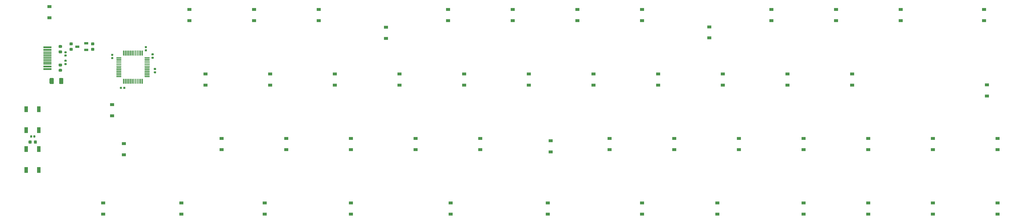
<source format=gbr>
G04 #@! TF.GenerationSoftware,KiCad,Pcbnew,(5.1.4-0-10_14)*
G04 #@! TF.CreationDate,2024-02-26T14:42:05+09:00*
G04 #@! TF.ProjectId,carry53-pcb,63617272-7935-4332-9d70-63622e6b6963,rev?*
G04 #@! TF.SameCoordinates,Original*
G04 #@! TF.FileFunction,Paste,Bot*
G04 #@! TF.FilePolarity,Positive*
%FSLAX46Y46*%
G04 Gerber Fmt 4.6, Leading zero omitted, Abs format (unit mm)*
G04 Created by KiCad (PCBNEW (5.1.4-0-10_14)) date 2024-02-26 14:42:05*
%MOMM*%
%LPD*%
G04 APERTURE LIST*
%ADD10R,1.100000X1.800000*%
%ADD11R,2.450000X0.300000*%
%ADD12R,2.450000X0.600000*%
%ADD13R,1.220000X0.650000*%
%ADD14C,0.100000*%
%ADD15C,0.300000*%
%ADD16C,0.875000*%
%ADD17C,1.250000*%
%ADD18C,0.590000*%
%ADD19R,1.200000X0.900000*%
G04 APERTURE END LIST*
D10*
X16772500Y-54614500D03*
X13072500Y-48414500D03*
X13072500Y-54614500D03*
X16772500Y-48414500D03*
D11*
X19307500Y-33587500D03*
X19307500Y-33087500D03*
X19307500Y-32587500D03*
X19307500Y-34087500D03*
X19307500Y-32087500D03*
X19307500Y-34587500D03*
X19307500Y-31587500D03*
X19307500Y-35087500D03*
D12*
X19307500Y-35787500D03*
X19307500Y-30887500D03*
X19307500Y-36562500D03*
X19307500Y-30112500D03*
D13*
X28153500Y-29924500D03*
X30773500Y-30874500D03*
X30773500Y-28974500D03*
D14*
G36*
X47345851Y-31104861D02*
G01*
X47353132Y-31105941D01*
X47360271Y-31107729D01*
X47367201Y-31110209D01*
X47373855Y-31113356D01*
X47380168Y-31117140D01*
X47386079Y-31121524D01*
X47391533Y-31126467D01*
X47396476Y-31131921D01*
X47400860Y-31137832D01*
X47404644Y-31144145D01*
X47407791Y-31150799D01*
X47410271Y-31157729D01*
X47412059Y-31164868D01*
X47413139Y-31172149D01*
X47413500Y-31179500D01*
X47413500Y-32504500D01*
X47413139Y-32511851D01*
X47412059Y-32519132D01*
X47410271Y-32526271D01*
X47407791Y-32533201D01*
X47404644Y-32539855D01*
X47400860Y-32546168D01*
X47396476Y-32552079D01*
X47391533Y-32557533D01*
X47386079Y-32562476D01*
X47380168Y-32566860D01*
X47373855Y-32570644D01*
X47367201Y-32573791D01*
X47360271Y-32576271D01*
X47353132Y-32578059D01*
X47345851Y-32579139D01*
X47338500Y-32579500D01*
X47188500Y-32579500D01*
X47181149Y-32579139D01*
X47173868Y-32578059D01*
X47166729Y-32576271D01*
X47159799Y-32573791D01*
X47153145Y-32570644D01*
X47146832Y-32566860D01*
X47140921Y-32562476D01*
X47135467Y-32557533D01*
X47130524Y-32552079D01*
X47126140Y-32546168D01*
X47122356Y-32539855D01*
X47119209Y-32533201D01*
X47116729Y-32526271D01*
X47114941Y-32519132D01*
X47113861Y-32511851D01*
X47113500Y-32504500D01*
X47113500Y-31179500D01*
X47113861Y-31172149D01*
X47114941Y-31164868D01*
X47116729Y-31157729D01*
X47119209Y-31150799D01*
X47122356Y-31144145D01*
X47126140Y-31137832D01*
X47130524Y-31131921D01*
X47135467Y-31126467D01*
X47140921Y-31121524D01*
X47146832Y-31117140D01*
X47153145Y-31113356D01*
X47159799Y-31110209D01*
X47166729Y-31107729D01*
X47173868Y-31105941D01*
X47181149Y-31104861D01*
X47188500Y-31104500D01*
X47338500Y-31104500D01*
X47345851Y-31104861D01*
X47345851Y-31104861D01*
G37*
D15*
X47263500Y-31842000D03*
D14*
G36*
X46845851Y-31104861D02*
G01*
X46853132Y-31105941D01*
X46860271Y-31107729D01*
X46867201Y-31110209D01*
X46873855Y-31113356D01*
X46880168Y-31117140D01*
X46886079Y-31121524D01*
X46891533Y-31126467D01*
X46896476Y-31131921D01*
X46900860Y-31137832D01*
X46904644Y-31144145D01*
X46907791Y-31150799D01*
X46910271Y-31157729D01*
X46912059Y-31164868D01*
X46913139Y-31172149D01*
X46913500Y-31179500D01*
X46913500Y-32504500D01*
X46913139Y-32511851D01*
X46912059Y-32519132D01*
X46910271Y-32526271D01*
X46907791Y-32533201D01*
X46904644Y-32539855D01*
X46900860Y-32546168D01*
X46896476Y-32552079D01*
X46891533Y-32557533D01*
X46886079Y-32562476D01*
X46880168Y-32566860D01*
X46873855Y-32570644D01*
X46867201Y-32573791D01*
X46860271Y-32576271D01*
X46853132Y-32578059D01*
X46845851Y-32579139D01*
X46838500Y-32579500D01*
X46688500Y-32579500D01*
X46681149Y-32579139D01*
X46673868Y-32578059D01*
X46666729Y-32576271D01*
X46659799Y-32573791D01*
X46653145Y-32570644D01*
X46646832Y-32566860D01*
X46640921Y-32562476D01*
X46635467Y-32557533D01*
X46630524Y-32552079D01*
X46626140Y-32546168D01*
X46622356Y-32539855D01*
X46619209Y-32533201D01*
X46616729Y-32526271D01*
X46614941Y-32519132D01*
X46613861Y-32511851D01*
X46613500Y-32504500D01*
X46613500Y-31179500D01*
X46613861Y-31172149D01*
X46614941Y-31164868D01*
X46616729Y-31157729D01*
X46619209Y-31150799D01*
X46622356Y-31144145D01*
X46626140Y-31137832D01*
X46630524Y-31131921D01*
X46635467Y-31126467D01*
X46640921Y-31121524D01*
X46646832Y-31117140D01*
X46653145Y-31113356D01*
X46659799Y-31110209D01*
X46666729Y-31107729D01*
X46673868Y-31105941D01*
X46681149Y-31104861D01*
X46688500Y-31104500D01*
X46838500Y-31104500D01*
X46845851Y-31104861D01*
X46845851Y-31104861D01*
G37*
D15*
X46763500Y-31842000D03*
D14*
G36*
X46345851Y-31104861D02*
G01*
X46353132Y-31105941D01*
X46360271Y-31107729D01*
X46367201Y-31110209D01*
X46373855Y-31113356D01*
X46380168Y-31117140D01*
X46386079Y-31121524D01*
X46391533Y-31126467D01*
X46396476Y-31131921D01*
X46400860Y-31137832D01*
X46404644Y-31144145D01*
X46407791Y-31150799D01*
X46410271Y-31157729D01*
X46412059Y-31164868D01*
X46413139Y-31172149D01*
X46413500Y-31179500D01*
X46413500Y-32504500D01*
X46413139Y-32511851D01*
X46412059Y-32519132D01*
X46410271Y-32526271D01*
X46407791Y-32533201D01*
X46404644Y-32539855D01*
X46400860Y-32546168D01*
X46396476Y-32552079D01*
X46391533Y-32557533D01*
X46386079Y-32562476D01*
X46380168Y-32566860D01*
X46373855Y-32570644D01*
X46367201Y-32573791D01*
X46360271Y-32576271D01*
X46353132Y-32578059D01*
X46345851Y-32579139D01*
X46338500Y-32579500D01*
X46188500Y-32579500D01*
X46181149Y-32579139D01*
X46173868Y-32578059D01*
X46166729Y-32576271D01*
X46159799Y-32573791D01*
X46153145Y-32570644D01*
X46146832Y-32566860D01*
X46140921Y-32562476D01*
X46135467Y-32557533D01*
X46130524Y-32552079D01*
X46126140Y-32546168D01*
X46122356Y-32539855D01*
X46119209Y-32533201D01*
X46116729Y-32526271D01*
X46114941Y-32519132D01*
X46113861Y-32511851D01*
X46113500Y-32504500D01*
X46113500Y-31179500D01*
X46113861Y-31172149D01*
X46114941Y-31164868D01*
X46116729Y-31157729D01*
X46119209Y-31150799D01*
X46122356Y-31144145D01*
X46126140Y-31137832D01*
X46130524Y-31131921D01*
X46135467Y-31126467D01*
X46140921Y-31121524D01*
X46146832Y-31117140D01*
X46153145Y-31113356D01*
X46159799Y-31110209D01*
X46166729Y-31107729D01*
X46173868Y-31105941D01*
X46181149Y-31104861D01*
X46188500Y-31104500D01*
X46338500Y-31104500D01*
X46345851Y-31104861D01*
X46345851Y-31104861D01*
G37*
D15*
X46263500Y-31842000D03*
D14*
G36*
X45845851Y-31104861D02*
G01*
X45853132Y-31105941D01*
X45860271Y-31107729D01*
X45867201Y-31110209D01*
X45873855Y-31113356D01*
X45880168Y-31117140D01*
X45886079Y-31121524D01*
X45891533Y-31126467D01*
X45896476Y-31131921D01*
X45900860Y-31137832D01*
X45904644Y-31144145D01*
X45907791Y-31150799D01*
X45910271Y-31157729D01*
X45912059Y-31164868D01*
X45913139Y-31172149D01*
X45913500Y-31179500D01*
X45913500Y-32504500D01*
X45913139Y-32511851D01*
X45912059Y-32519132D01*
X45910271Y-32526271D01*
X45907791Y-32533201D01*
X45904644Y-32539855D01*
X45900860Y-32546168D01*
X45896476Y-32552079D01*
X45891533Y-32557533D01*
X45886079Y-32562476D01*
X45880168Y-32566860D01*
X45873855Y-32570644D01*
X45867201Y-32573791D01*
X45860271Y-32576271D01*
X45853132Y-32578059D01*
X45845851Y-32579139D01*
X45838500Y-32579500D01*
X45688500Y-32579500D01*
X45681149Y-32579139D01*
X45673868Y-32578059D01*
X45666729Y-32576271D01*
X45659799Y-32573791D01*
X45653145Y-32570644D01*
X45646832Y-32566860D01*
X45640921Y-32562476D01*
X45635467Y-32557533D01*
X45630524Y-32552079D01*
X45626140Y-32546168D01*
X45622356Y-32539855D01*
X45619209Y-32533201D01*
X45616729Y-32526271D01*
X45614941Y-32519132D01*
X45613861Y-32511851D01*
X45613500Y-32504500D01*
X45613500Y-31179500D01*
X45613861Y-31172149D01*
X45614941Y-31164868D01*
X45616729Y-31157729D01*
X45619209Y-31150799D01*
X45622356Y-31144145D01*
X45626140Y-31137832D01*
X45630524Y-31131921D01*
X45635467Y-31126467D01*
X45640921Y-31121524D01*
X45646832Y-31117140D01*
X45653145Y-31113356D01*
X45659799Y-31110209D01*
X45666729Y-31107729D01*
X45673868Y-31105941D01*
X45681149Y-31104861D01*
X45688500Y-31104500D01*
X45838500Y-31104500D01*
X45845851Y-31104861D01*
X45845851Y-31104861D01*
G37*
D15*
X45763500Y-31842000D03*
D14*
G36*
X45345851Y-31104861D02*
G01*
X45353132Y-31105941D01*
X45360271Y-31107729D01*
X45367201Y-31110209D01*
X45373855Y-31113356D01*
X45380168Y-31117140D01*
X45386079Y-31121524D01*
X45391533Y-31126467D01*
X45396476Y-31131921D01*
X45400860Y-31137832D01*
X45404644Y-31144145D01*
X45407791Y-31150799D01*
X45410271Y-31157729D01*
X45412059Y-31164868D01*
X45413139Y-31172149D01*
X45413500Y-31179500D01*
X45413500Y-32504500D01*
X45413139Y-32511851D01*
X45412059Y-32519132D01*
X45410271Y-32526271D01*
X45407791Y-32533201D01*
X45404644Y-32539855D01*
X45400860Y-32546168D01*
X45396476Y-32552079D01*
X45391533Y-32557533D01*
X45386079Y-32562476D01*
X45380168Y-32566860D01*
X45373855Y-32570644D01*
X45367201Y-32573791D01*
X45360271Y-32576271D01*
X45353132Y-32578059D01*
X45345851Y-32579139D01*
X45338500Y-32579500D01*
X45188500Y-32579500D01*
X45181149Y-32579139D01*
X45173868Y-32578059D01*
X45166729Y-32576271D01*
X45159799Y-32573791D01*
X45153145Y-32570644D01*
X45146832Y-32566860D01*
X45140921Y-32562476D01*
X45135467Y-32557533D01*
X45130524Y-32552079D01*
X45126140Y-32546168D01*
X45122356Y-32539855D01*
X45119209Y-32533201D01*
X45116729Y-32526271D01*
X45114941Y-32519132D01*
X45113861Y-32511851D01*
X45113500Y-32504500D01*
X45113500Y-31179500D01*
X45113861Y-31172149D01*
X45114941Y-31164868D01*
X45116729Y-31157729D01*
X45119209Y-31150799D01*
X45122356Y-31144145D01*
X45126140Y-31137832D01*
X45130524Y-31131921D01*
X45135467Y-31126467D01*
X45140921Y-31121524D01*
X45146832Y-31117140D01*
X45153145Y-31113356D01*
X45159799Y-31110209D01*
X45166729Y-31107729D01*
X45173868Y-31105941D01*
X45181149Y-31104861D01*
X45188500Y-31104500D01*
X45338500Y-31104500D01*
X45345851Y-31104861D01*
X45345851Y-31104861D01*
G37*
D15*
X45263500Y-31842000D03*
D14*
G36*
X44845851Y-31104861D02*
G01*
X44853132Y-31105941D01*
X44860271Y-31107729D01*
X44867201Y-31110209D01*
X44873855Y-31113356D01*
X44880168Y-31117140D01*
X44886079Y-31121524D01*
X44891533Y-31126467D01*
X44896476Y-31131921D01*
X44900860Y-31137832D01*
X44904644Y-31144145D01*
X44907791Y-31150799D01*
X44910271Y-31157729D01*
X44912059Y-31164868D01*
X44913139Y-31172149D01*
X44913500Y-31179500D01*
X44913500Y-32504500D01*
X44913139Y-32511851D01*
X44912059Y-32519132D01*
X44910271Y-32526271D01*
X44907791Y-32533201D01*
X44904644Y-32539855D01*
X44900860Y-32546168D01*
X44896476Y-32552079D01*
X44891533Y-32557533D01*
X44886079Y-32562476D01*
X44880168Y-32566860D01*
X44873855Y-32570644D01*
X44867201Y-32573791D01*
X44860271Y-32576271D01*
X44853132Y-32578059D01*
X44845851Y-32579139D01*
X44838500Y-32579500D01*
X44688500Y-32579500D01*
X44681149Y-32579139D01*
X44673868Y-32578059D01*
X44666729Y-32576271D01*
X44659799Y-32573791D01*
X44653145Y-32570644D01*
X44646832Y-32566860D01*
X44640921Y-32562476D01*
X44635467Y-32557533D01*
X44630524Y-32552079D01*
X44626140Y-32546168D01*
X44622356Y-32539855D01*
X44619209Y-32533201D01*
X44616729Y-32526271D01*
X44614941Y-32519132D01*
X44613861Y-32511851D01*
X44613500Y-32504500D01*
X44613500Y-31179500D01*
X44613861Y-31172149D01*
X44614941Y-31164868D01*
X44616729Y-31157729D01*
X44619209Y-31150799D01*
X44622356Y-31144145D01*
X44626140Y-31137832D01*
X44630524Y-31131921D01*
X44635467Y-31126467D01*
X44640921Y-31121524D01*
X44646832Y-31117140D01*
X44653145Y-31113356D01*
X44659799Y-31110209D01*
X44666729Y-31107729D01*
X44673868Y-31105941D01*
X44681149Y-31104861D01*
X44688500Y-31104500D01*
X44838500Y-31104500D01*
X44845851Y-31104861D01*
X44845851Y-31104861D01*
G37*
D15*
X44763500Y-31842000D03*
D14*
G36*
X44345851Y-31104861D02*
G01*
X44353132Y-31105941D01*
X44360271Y-31107729D01*
X44367201Y-31110209D01*
X44373855Y-31113356D01*
X44380168Y-31117140D01*
X44386079Y-31121524D01*
X44391533Y-31126467D01*
X44396476Y-31131921D01*
X44400860Y-31137832D01*
X44404644Y-31144145D01*
X44407791Y-31150799D01*
X44410271Y-31157729D01*
X44412059Y-31164868D01*
X44413139Y-31172149D01*
X44413500Y-31179500D01*
X44413500Y-32504500D01*
X44413139Y-32511851D01*
X44412059Y-32519132D01*
X44410271Y-32526271D01*
X44407791Y-32533201D01*
X44404644Y-32539855D01*
X44400860Y-32546168D01*
X44396476Y-32552079D01*
X44391533Y-32557533D01*
X44386079Y-32562476D01*
X44380168Y-32566860D01*
X44373855Y-32570644D01*
X44367201Y-32573791D01*
X44360271Y-32576271D01*
X44353132Y-32578059D01*
X44345851Y-32579139D01*
X44338500Y-32579500D01*
X44188500Y-32579500D01*
X44181149Y-32579139D01*
X44173868Y-32578059D01*
X44166729Y-32576271D01*
X44159799Y-32573791D01*
X44153145Y-32570644D01*
X44146832Y-32566860D01*
X44140921Y-32562476D01*
X44135467Y-32557533D01*
X44130524Y-32552079D01*
X44126140Y-32546168D01*
X44122356Y-32539855D01*
X44119209Y-32533201D01*
X44116729Y-32526271D01*
X44114941Y-32519132D01*
X44113861Y-32511851D01*
X44113500Y-32504500D01*
X44113500Y-31179500D01*
X44113861Y-31172149D01*
X44114941Y-31164868D01*
X44116729Y-31157729D01*
X44119209Y-31150799D01*
X44122356Y-31144145D01*
X44126140Y-31137832D01*
X44130524Y-31131921D01*
X44135467Y-31126467D01*
X44140921Y-31121524D01*
X44146832Y-31117140D01*
X44153145Y-31113356D01*
X44159799Y-31110209D01*
X44166729Y-31107729D01*
X44173868Y-31105941D01*
X44181149Y-31104861D01*
X44188500Y-31104500D01*
X44338500Y-31104500D01*
X44345851Y-31104861D01*
X44345851Y-31104861D01*
G37*
D15*
X44263500Y-31842000D03*
D14*
G36*
X43845851Y-31104861D02*
G01*
X43853132Y-31105941D01*
X43860271Y-31107729D01*
X43867201Y-31110209D01*
X43873855Y-31113356D01*
X43880168Y-31117140D01*
X43886079Y-31121524D01*
X43891533Y-31126467D01*
X43896476Y-31131921D01*
X43900860Y-31137832D01*
X43904644Y-31144145D01*
X43907791Y-31150799D01*
X43910271Y-31157729D01*
X43912059Y-31164868D01*
X43913139Y-31172149D01*
X43913500Y-31179500D01*
X43913500Y-32504500D01*
X43913139Y-32511851D01*
X43912059Y-32519132D01*
X43910271Y-32526271D01*
X43907791Y-32533201D01*
X43904644Y-32539855D01*
X43900860Y-32546168D01*
X43896476Y-32552079D01*
X43891533Y-32557533D01*
X43886079Y-32562476D01*
X43880168Y-32566860D01*
X43873855Y-32570644D01*
X43867201Y-32573791D01*
X43860271Y-32576271D01*
X43853132Y-32578059D01*
X43845851Y-32579139D01*
X43838500Y-32579500D01*
X43688500Y-32579500D01*
X43681149Y-32579139D01*
X43673868Y-32578059D01*
X43666729Y-32576271D01*
X43659799Y-32573791D01*
X43653145Y-32570644D01*
X43646832Y-32566860D01*
X43640921Y-32562476D01*
X43635467Y-32557533D01*
X43630524Y-32552079D01*
X43626140Y-32546168D01*
X43622356Y-32539855D01*
X43619209Y-32533201D01*
X43616729Y-32526271D01*
X43614941Y-32519132D01*
X43613861Y-32511851D01*
X43613500Y-32504500D01*
X43613500Y-31179500D01*
X43613861Y-31172149D01*
X43614941Y-31164868D01*
X43616729Y-31157729D01*
X43619209Y-31150799D01*
X43622356Y-31144145D01*
X43626140Y-31137832D01*
X43630524Y-31131921D01*
X43635467Y-31126467D01*
X43640921Y-31121524D01*
X43646832Y-31117140D01*
X43653145Y-31113356D01*
X43659799Y-31110209D01*
X43666729Y-31107729D01*
X43673868Y-31105941D01*
X43681149Y-31104861D01*
X43688500Y-31104500D01*
X43838500Y-31104500D01*
X43845851Y-31104861D01*
X43845851Y-31104861D01*
G37*
D15*
X43763500Y-31842000D03*
D14*
G36*
X43345851Y-31104861D02*
G01*
X43353132Y-31105941D01*
X43360271Y-31107729D01*
X43367201Y-31110209D01*
X43373855Y-31113356D01*
X43380168Y-31117140D01*
X43386079Y-31121524D01*
X43391533Y-31126467D01*
X43396476Y-31131921D01*
X43400860Y-31137832D01*
X43404644Y-31144145D01*
X43407791Y-31150799D01*
X43410271Y-31157729D01*
X43412059Y-31164868D01*
X43413139Y-31172149D01*
X43413500Y-31179500D01*
X43413500Y-32504500D01*
X43413139Y-32511851D01*
X43412059Y-32519132D01*
X43410271Y-32526271D01*
X43407791Y-32533201D01*
X43404644Y-32539855D01*
X43400860Y-32546168D01*
X43396476Y-32552079D01*
X43391533Y-32557533D01*
X43386079Y-32562476D01*
X43380168Y-32566860D01*
X43373855Y-32570644D01*
X43367201Y-32573791D01*
X43360271Y-32576271D01*
X43353132Y-32578059D01*
X43345851Y-32579139D01*
X43338500Y-32579500D01*
X43188500Y-32579500D01*
X43181149Y-32579139D01*
X43173868Y-32578059D01*
X43166729Y-32576271D01*
X43159799Y-32573791D01*
X43153145Y-32570644D01*
X43146832Y-32566860D01*
X43140921Y-32562476D01*
X43135467Y-32557533D01*
X43130524Y-32552079D01*
X43126140Y-32546168D01*
X43122356Y-32539855D01*
X43119209Y-32533201D01*
X43116729Y-32526271D01*
X43114941Y-32519132D01*
X43113861Y-32511851D01*
X43113500Y-32504500D01*
X43113500Y-31179500D01*
X43113861Y-31172149D01*
X43114941Y-31164868D01*
X43116729Y-31157729D01*
X43119209Y-31150799D01*
X43122356Y-31144145D01*
X43126140Y-31137832D01*
X43130524Y-31131921D01*
X43135467Y-31126467D01*
X43140921Y-31121524D01*
X43146832Y-31117140D01*
X43153145Y-31113356D01*
X43159799Y-31110209D01*
X43166729Y-31107729D01*
X43173868Y-31105941D01*
X43181149Y-31104861D01*
X43188500Y-31104500D01*
X43338500Y-31104500D01*
X43345851Y-31104861D01*
X43345851Y-31104861D01*
G37*
D15*
X43263500Y-31842000D03*
D14*
G36*
X42845851Y-31104861D02*
G01*
X42853132Y-31105941D01*
X42860271Y-31107729D01*
X42867201Y-31110209D01*
X42873855Y-31113356D01*
X42880168Y-31117140D01*
X42886079Y-31121524D01*
X42891533Y-31126467D01*
X42896476Y-31131921D01*
X42900860Y-31137832D01*
X42904644Y-31144145D01*
X42907791Y-31150799D01*
X42910271Y-31157729D01*
X42912059Y-31164868D01*
X42913139Y-31172149D01*
X42913500Y-31179500D01*
X42913500Y-32504500D01*
X42913139Y-32511851D01*
X42912059Y-32519132D01*
X42910271Y-32526271D01*
X42907791Y-32533201D01*
X42904644Y-32539855D01*
X42900860Y-32546168D01*
X42896476Y-32552079D01*
X42891533Y-32557533D01*
X42886079Y-32562476D01*
X42880168Y-32566860D01*
X42873855Y-32570644D01*
X42867201Y-32573791D01*
X42860271Y-32576271D01*
X42853132Y-32578059D01*
X42845851Y-32579139D01*
X42838500Y-32579500D01*
X42688500Y-32579500D01*
X42681149Y-32579139D01*
X42673868Y-32578059D01*
X42666729Y-32576271D01*
X42659799Y-32573791D01*
X42653145Y-32570644D01*
X42646832Y-32566860D01*
X42640921Y-32562476D01*
X42635467Y-32557533D01*
X42630524Y-32552079D01*
X42626140Y-32546168D01*
X42622356Y-32539855D01*
X42619209Y-32533201D01*
X42616729Y-32526271D01*
X42614941Y-32519132D01*
X42613861Y-32511851D01*
X42613500Y-32504500D01*
X42613500Y-31179500D01*
X42613861Y-31172149D01*
X42614941Y-31164868D01*
X42616729Y-31157729D01*
X42619209Y-31150799D01*
X42622356Y-31144145D01*
X42626140Y-31137832D01*
X42630524Y-31131921D01*
X42635467Y-31126467D01*
X42640921Y-31121524D01*
X42646832Y-31117140D01*
X42653145Y-31113356D01*
X42659799Y-31110209D01*
X42666729Y-31107729D01*
X42673868Y-31105941D01*
X42681149Y-31104861D01*
X42688500Y-31104500D01*
X42838500Y-31104500D01*
X42845851Y-31104861D01*
X42845851Y-31104861D01*
G37*
D15*
X42763500Y-31842000D03*
D14*
G36*
X42345851Y-31104861D02*
G01*
X42353132Y-31105941D01*
X42360271Y-31107729D01*
X42367201Y-31110209D01*
X42373855Y-31113356D01*
X42380168Y-31117140D01*
X42386079Y-31121524D01*
X42391533Y-31126467D01*
X42396476Y-31131921D01*
X42400860Y-31137832D01*
X42404644Y-31144145D01*
X42407791Y-31150799D01*
X42410271Y-31157729D01*
X42412059Y-31164868D01*
X42413139Y-31172149D01*
X42413500Y-31179500D01*
X42413500Y-32504500D01*
X42413139Y-32511851D01*
X42412059Y-32519132D01*
X42410271Y-32526271D01*
X42407791Y-32533201D01*
X42404644Y-32539855D01*
X42400860Y-32546168D01*
X42396476Y-32552079D01*
X42391533Y-32557533D01*
X42386079Y-32562476D01*
X42380168Y-32566860D01*
X42373855Y-32570644D01*
X42367201Y-32573791D01*
X42360271Y-32576271D01*
X42353132Y-32578059D01*
X42345851Y-32579139D01*
X42338500Y-32579500D01*
X42188500Y-32579500D01*
X42181149Y-32579139D01*
X42173868Y-32578059D01*
X42166729Y-32576271D01*
X42159799Y-32573791D01*
X42153145Y-32570644D01*
X42146832Y-32566860D01*
X42140921Y-32562476D01*
X42135467Y-32557533D01*
X42130524Y-32552079D01*
X42126140Y-32546168D01*
X42122356Y-32539855D01*
X42119209Y-32533201D01*
X42116729Y-32526271D01*
X42114941Y-32519132D01*
X42113861Y-32511851D01*
X42113500Y-32504500D01*
X42113500Y-31179500D01*
X42113861Y-31172149D01*
X42114941Y-31164868D01*
X42116729Y-31157729D01*
X42119209Y-31150799D01*
X42122356Y-31144145D01*
X42126140Y-31137832D01*
X42130524Y-31131921D01*
X42135467Y-31126467D01*
X42140921Y-31121524D01*
X42146832Y-31117140D01*
X42153145Y-31113356D01*
X42159799Y-31110209D01*
X42166729Y-31107729D01*
X42173868Y-31105941D01*
X42181149Y-31104861D01*
X42188500Y-31104500D01*
X42338500Y-31104500D01*
X42345851Y-31104861D01*
X42345851Y-31104861D01*
G37*
D15*
X42263500Y-31842000D03*
D14*
G36*
X41845851Y-31104861D02*
G01*
X41853132Y-31105941D01*
X41860271Y-31107729D01*
X41867201Y-31110209D01*
X41873855Y-31113356D01*
X41880168Y-31117140D01*
X41886079Y-31121524D01*
X41891533Y-31126467D01*
X41896476Y-31131921D01*
X41900860Y-31137832D01*
X41904644Y-31144145D01*
X41907791Y-31150799D01*
X41910271Y-31157729D01*
X41912059Y-31164868D01*
X41913139Y-31172149D01*
X41913500Y-31179500D01*
X41913500Y-32504500D01*
X41913139Y-32511851D01*
X41912059Y-32519132D01*
X41910271Y-32526271D01*
X41907791Y-32533201D01*
X41904644Y-32539855D01*
X41900860Y-32546168D01*
X41896476Y-32552079D01*
X41891533Y-32557533D01*
X41886079Y-32562476D01*
X41880168Y-32566860D01*
X41873855Y-32570644D01*
X41867201Y-32573791D01*
X41860271Y-32576271D01*
X41853132Y-32578059D01*
X41845851Y-32579139D01*
X41838500Y-32579500D01*
X41688500Y-32579500D01*
X41681149Y-32579139D01*
X41673868Y-32578059D01*
X41666729Y-32576271D01*
X41659799Y-32573791D01*
X41653145Y-32570644D01*
X41646832Y-32566860D01*
X41640921Y-32562476D01*
X41635467Y-32557533D01*
X41630524Y-32552079D01*
X41626140Y-32546168D01*
X41622356Y-32539855D01*
X41619209Y-32533201D01*
X41616729Y-32526271D01*
X41614941Y-32519132D01*
X41613861Y-32511851D01*
X41613500Y-32504500D01*
X41613500Y-31179500D01*
X41613861Y-31172149D01*
X41614941Y-31164868D01*
X41616729Y-31157729D01*
X41619209Y-31150799D01*
X41622356Y-31144145D01*
X41626140Y-31137832D01*
X41630524Y-31131921D01*
X41635467Y-31126467D01*
X41640921Y-31121524D01*
X41646832Y-31117140D01*
X41653145Y-31113356D01*
X41659799Y-31110209D01*
X41666729Y-31107729D01*
X41673868Y-31105941D01*
X41681149Y-31104861D01*
X41688500Y-31104500D01*
X41838500Y-31104500D01*
X41845851Y-31104861D01*
X41845851Y-31104861D01*
G37*
D15*
X41763500Y-31842000D03*
D14*
G36*
X41020851Y-33104861D02*
G01*
X41028132Y-33105941D01*
X41035271Y-33107729D01*
X41042201Y-33110209D01*
X41048855Y-33113356D01*
X41055168Y-33117140D01*
X41061079Y-33121524D01*
X41066533Y-33126467D01*
X41071476Y-33131921D01*
X41075860Y-33137832D01*
X41079644Y-33144145D01*
X41082791Y-33150799D01*
X41085271Y-33157729D01*
X41087059Y-33164868D01*
X41088139Y-33172149D01*
X41088500Y-33179500D01*
X41088500Y-33329500D01*
X41088139Y-33336851D01*
X41087059Y-33344132D01*
X41085271Y-33351271D01*
X41082791Y-33358201D01*
X41079644Y-33364855D01*
X41075860Y-33371168D01*
X41071476Y-33377079D01*
X41066533Y-33382533D01*
X41061079Y-33387476D01*
X41055168Y-33391860D01*
X41048855Y-33395644D01*
X41042201Y-33398791D01*
X41035271Y-33401271D01*
X41028132Y-33403059D01*
X41020851Y-33404139D01*
X41013500Y-33404500D01*
X39688500Y-33404500D01*
X39681149Y-33404139D01*
X39673868Y-33403059D01*
X39666729Y-33401271D01*
X39659799Y-33398791D01*
X39653145Y-33395644D01*
X39646832Y-33391860D01*
X39640921Y-33387476D01*
X39635467Y-33382533D01*
X39630524Y-33377079D01*
X39626140Y-33371168D01*
X39622356Y-33364855D01*
X39619209Y-33358201D01*
X39616729Y-33351271D01*
X39614941Y-33344132D01*
X39613861Y-33336851D01*
X39613500Y-33329500D01*
X39613500Y-33179500D01*
X39613861Y-33172149D01*
X39614941Y-33164868D01*
X39616729Y-33157729D01*
X39619209Y-33150799D01*
X39622356Y-33144145D01*
X39626140Y-33137832D01*
X39630524Y-33131921D01*
X39635467Y-33126467D01*
X39640921Y-33121524D01*
X39646832Y-33117140D01*
X39653145Y-33113356D01*
X39659799Y-33110209D01*
X39666729Y-33107729D01*
X39673868Y-33105941D01*
X39681149Y-33104861D01*
X39688500Y-33104500D01*
X41013500Y-33104500D01*
X41020851Y-33104861D01*
X41020851Y-33104861D01*
G37*
D15*
X40351000Y-33254500D03*
D14*
G36*
X41020851Y-33604861D02*
G01*
X41028132Y-33605941D01*
X41035271Y-33607729D01*
X41042201Y-33610209D01*
X41048855Y-33613356D01*
X41055168Y-33617140D01*
X41061079Y-33621524D01*
X41066533Y-33626467D01*
X41071476Y-33631921D01*
X41075860Y-33637832D01*
X41079644Y-33644145D01*
X41082791Y-33650799D01*
X41085271Y-33657729D01*
X41087059Y-33664868D01*
X41088139Y-33672149D01*
X41088500Y-33679500D01*
X41088500Y-33829500D01*
X41088139Y-33836851D01*
X41087059Y-33844132D01*
X41085271Y-33851271D01*
X41082791Y-33858201D01*
X41079644Y-33864855D01*
X41075860Y-33871168D01*
X41071476Y-33877079D01*
X41066533Y-33882533D01*
X41061079Y-33887476D01*
X41055168Y-33891860D01*
X41048855Y-33895644D01*
X41042201Y-33898791D01*
X41035271Y-33901271D01*
X41028132Y-33903059D01*
X41020851Y-33904139D01*
X41013500Y-33904500D01*
X39688500Y-33904500D01*
X39681149Y-33904139D01*
X39673868Y-33903059D01*
X39666729Y-33901271D01*
X39659799Y-33898791D01*
X39653145Y-33895644D01*
X39646832Y-33891860D01*
X39640921Y-33887476D01*
X39635467Y-33882533D01*
X39630524Y-33877079D01*
X39626140Y-33871168D01*
X39622356Y-33864855D01*
X39619209Y-33858201D01*
X39616729Y-33851271D01*
X39614941Y-33844132D01*
X39613861Y-33836851D01*
X39613500Y-33829500D01*
X39613500Y-33679500D01*
X39613861Y-33672149D01*
X39614941Y-33664868D01*
X39616729Y-33657729D01*
X39619209Y-33650799D01*
X39622356Y-33644145D01*
X39626140Y-33637832D01*
X39630524Y-33631921D01*
X39635467Y-33626467D01*
X39640921Y-33621524D01*
X39646832Y-33617140D01*
X39653145Y-33613356D01*
X39659799Y-33610209D01*
X39666729Y-33607729D01*
X39673868Y-33605941D01*
X39681149Y-33604861D01*
X39688500Y-33604500D01*
X41013500Y-33604500D01*
X41020851Y-33604861D01*
X41020851Y-33604861D01*
G37*
D15*
X40351000Y-33754500D03*
D14*
G36*
X41020851Y-34104861D02*
G01*
X41028132Y-34105941D01*
X41035271Y-34107729D01*
X41042201Y-34110209D01*
X41048855Y-34113356D01*
X41055168Y-34117140D01*
X41061079Y-34121524D01*
X41066533Y-34126467D01*
X41071476Y-34131921D01*
X41075860Y-34137832D01*
X41079644Y-34144145D01*
X41082791Y-34150799D01*
X41085271Y-34157729D01*
X41087059Y-34164868D01*
X41088139Y-34172149D01*
X41088500Y-34179500D01*
X41088500Y-34329500D01*
X41088139Y-34336851D01*
X41087059Y-34344132D01*
X41085271Y-34351271D01*
X41082791Y-34358201D01*
X41079644Y-34364855D01*
X41075860Y-34371168D01*
X41071476Y-34377079D01*
X41066533Y-34382533D01*
X41061079Y-34387476D01*
X41055168Y-34391860D01*
X41048855Y-34395644D01*
X41042201Y-34398791D01*
X41035271Y-34401271D01*
X41028132Y-34403059D01*
X41020851Y-34404139D01*
X41013500Y-34404500D01*
X39688500Y-34404500D01*
X39681149Y-34404139D01*
X39673868Y-34403059D01*
X39666729Y-34401271D01*
X39659799Y-34398791D01*
X39653145Y-34395644D01*
X39646832Y-34391860D01*
X39640921Y-34387476D01*
X39635467Y-34382533D01*
X39630524Y-34377079D01*
X39626140Y-34371168D01*
X39622356Y-34364855D01*
X39619209Y-34358201D01*
X39616729Y-34351271D01*
X39614941Y-34344132D01*
X39613861Y-34336851D01*
X39613500Y-34329500D01*
X39613500Y-34179500D01*
X39613861Y-34172149D01*
X39614941Y-34164868D01*
X39616729Y-34157729D01*
X39619209Y-34150799D01*
X39622356Y-34144145D01*
X39626140Y-34137832D01*
X39630524Y-34131921D01*
X39635467Y-34126467D01*
X39640921Y-34121524D01*
X39646832Y-34117140D01*
X39653145Y-34113356D01*
X39659799Y-34110209D01*
X39666729Y-34107729D01*
X39673868Y-34105941D01*
X39681149Y-34104861D01*
X39688500Y-34104500D01*
X41013500Y-34104500D01*
X41020851Y-34104861D01*
X41020851Y-34104861D01*
G37*
D15*
X40351000Y-34254500D03*
D14*
G36*
X41020851Y-34604861D02*
G01*
X41028132Y-34605941D01*
X41035271Y-34607729D01*
X41042201Y-34610209D01*
X41048855Y-34613356D01*
X41055168Y-34617140D01*
X41061079Y-34621524D01*
X41066533Y-34626467D01*
X41071476Y-34631921D01*
X41075860Y-34637832D01*
X41079644Y-34644145D01*
X41082791Y-34650799D01*
X41085271Y-34657729D01*
X41087059Y-34664868D01*
X41088139Y-34672149D01*
X41088500Y-34679500D01*
X41088500Y-34829500D01*
X41088139Y-34836851D01*
X41087059Y-34844132D01*
X41085271Y-34851271D01*
X41082791Y-34858201D01*
X41079644Y-34864855D01*
X41075860Y-34871168D01*
X41071476Y-34877079D01*
X41066533Y-34882533D01*
X41061079Y-34887476D01*
X41055168Y-34891860D01*
X41048855Y-34895644D01*
X41042201Y-34898791D01*
X41035271Y-34901271D01*
X41028132Y-34903059D01*
X41020851Y-34904139D01*
X41013500Y-34904500D01*
X39688500Y-34904500D01*
X39681149Y-34904139D01*
X39673868Y-34903059D01*
X39666729Y-34901271D01*
X39659799Y-34898791D01*
X39653145Y-34895644D01*
X39646832Y-34891860D01*
X39640921Y-34887476D01*
X39635467Y-34882533D01*
X39630524Y-34877079D01*
X39626140Y-34871168D01*
X39622356Y-34864855D01*
X39619209Y-34858201D01*
X39616729Y-34851271D01*
X39614941Y-34844132D01*
X39613861Y-34836851D01*
X39613500Y-34829500D01*
X39613500Y-34679500D01*
X39613861Y-34672149D01*
X39614941Y-34664868D01*
X39616729Y-34657729D01*
X39619209Y-34650799D01*
X39622356Y-34644145D01*
X39626140Y-34637832D01*
X39630524Y-34631921D01*
X39635467Y-34626467D01*
X39640921Y-34621524D01*
X39646832Y-34617140D01*
X39653145Y-34613356D01*
X39659799Y-34610209D01*
X39666729Y-34607729D01*
X39673868Y-34605941D01*
X39681149Y-34604861D01*
X39688500Y-34604500D01*
X41013500Y-34604500D01*
X41020851Y-34604861D01*
X41020851Y-34604861D01*
G37*
D15*
X40351000Y-34754500D03*
D14*
G36*
X41020851Y-35104861D02*
G01*
X41028132Y-35105941D01*
X41035271Y-35107729D01*
X41042201Y-35110209D01*
X41048855Y-35113356D01*
X41055168Y-35117140D01*
X41061079Y-35121524D01*
X41066533Y-35126467D01*
X41071476Y-35131921D01*
X41075860Y-35137832D01*
X41079644Y-35144145D01*
X41082791Y-35150799D01*
X41085271Y-35157729D01*
X41087059Y-35164868D01*
X41088139Y-35172149D01*
X41088500Y-35179500D01*
X41088500Y-35329500D01*
X41088139Y-35336851D01*
X41087059Y-35344132D01*
X41085271Y-35351271D01*
X41082791Y-35358201D01*
X41079644Y-35364855D01*
X41075860Y-35371168D01*
X41071476Y-35377079D01*
X41066533Y-35382533D01*
X41061079Y-35387476D01*
X41055168Y-35391860D01*
X41048855Y-35395644D01*
X41042201Y-35398791D01*
X41035271Y-35401271D01*
X41028132Y-35403059D01*
X41020851Y-35404139D01*
X41013500Y-35404500D01*
X39688500Y-35404500D01*
X39681149Y-35404139D01*
X39673868Y-35403059D01*
X39666729Y-35401271D01*
X39659799Y-35398791D01*
X39653145Y-35395644D01*
X39646832Y-35391860D01*
X39640921Y-35387476D01*
X39635467Y-35382533D01*
X39630524Y-35377079D01*
X39626140Y-35371168D01*
X39622356Y-35364855D01*
X39619209Y-35358201D01*
X39616729Y-35351271D01*
X39614941Y-35344132D01*
X39613861Y-35336851D01*
X39613500Y-35329500D01*
X39613500Y-35179500D01*
X39613861Y-35172149D01*
X39614941Y-35164868D01*
X39616729Y-35157729D01*
X39619209Y-35150799D01*
X39622356Y-35144145D01*
X39626140Y-35137832D01*
X39630524Y-35131921D01*
X39635467Y-35126467D01*
X39640921Y-35121524D01*
X39646832Y-35117140D01*
X39653145Y-35113356D01*
X39659799Y-35110209D01*
X39666729Y-35107729D01*
X39673868Y-35105941D01*
X39681149Y-35104861D01*
X39688500Y-35104500D01*
X41013500Y-35104500D01*
X41020851Y-35104861D01*
X41020851Y-35104861D01*
G37*
D15*
X40351000Y-35254500D03*
D14*
G36*
X41020851Y-35604861D02*
G01*
X41028132Y-35605941D01*
X41035271Y-35607729D01*
X41042201Y-35610209D01*
X41048855Y-35613356D01*
X41055168Y-35617140D01*
X41061079Y-35621524D01*
X41066533Y-35626467D01*
X41071476Y-35631921D01*
X41075860Y-35637832D01*
X41079644Y-35644145D01*
X41082791Y-35650799D01*
X41085271Y-35657729D01*
X41087059Y-35664868D01*
X41088139Y-35672149D01*
X41088500Y-35679500D01*
X41088500Y-35829500D01*
X41088139Y-35836851D01*
X41087059Y-35844132D01*
X41085271Y-35851271D01*
X41082791Y-35858201D01*
X41079644Y-35864855D01*
X41075860Y-35871168D01*
X41071476Y-35877079D01*
X41066533Y-35882533D01*
X41061079Y-35887476D01*
X41055168Y-35891860D01*
X41048855Y-35895644D01*
X41042201Y-35898791D01*
X41035271Y-35901271D01*
X41028132Y-35903059D01*
X41020851Y-35904139D01*
X41013500Y-35904500D01*
X39688500Y-35904500D01*
X39681149Y-35904139D01*
X39673868Y-35903059D01*
X39666729Y-35901271D01*
X39659799Y-35898791D01*
X39653145Y-35895644D01*
X39646832Y-35891860D01*
X39640921Y-35887476D01*
X39635467Y-35882533D01*
X39630524Y-35877079D01*
X39626140Y-35871168D01*
X39622356Y-35864855D01*
X39619209Y-35858201D01*
X39616729Y-35851271D01*
X39614941Y-35844132D01*
X39613861Y-35836851D01*
X39613500Y-35829500D01*
X39613500Y-35679500D01*
X39613861Y-35672149D01*
X39614941Y-35664868D01*
X39616729Y-35657729D01*
X39619209Y-35650799D01*
X39622356Y-35644145D01*
X39626140Y-35637832D01*
X39630524Y-35631921D01*
X39635467Y-35626467D01*
X39640921Y-35621524D01*
X39646832Y-35617140D01*
X39653145Y-35613356D01*
X39659799Y-35610209D01*
X39666729Y-35607729D01*
X39673868Y-35605941D01*
X39681149Y-35604861D01*
X39688500Y-35604500D01*
X41013500Y-35604500D01*
X41020851Y-35604861D01*
X41020851Y-35604861D01*
G37*
D15*
X40351000Y-35754500D03*
D14*
G36*
X41020851Y-36104861D02*
G01*
X41028132Y-36105941D01*
X41035271Y-36107729D01*
X41042201Y-36110209D01*
X41048855Y-36113356D01*
X41055168Y-36117140D01*
X41061079Y-36121524D01*
X41066533Y-36126467D01*
X41071476Y-36131921D01*
X41075860Y-36137832D01*
X41079644Y-36144145D01*
X41082791Y-36150799D01*
X41085271Y-36157729D01*
X41087059Y-36164868D01*
X41088139Y-36172149D01*
X41088500Y-36179500D01*
X41088500Y-36329500D01*
X41088139Y-36336851D01*
X41087059Y-36344132D01*
X41085271Y-36351271D01*
X41082791Y-36358201D01*
X41079644Y-36364855D01*
X41075860Y-36371168D01*
X41071476Y-36377079D01*
X41066533Y-36382533D01*
X41061079Y-36387476D01*
X41055168Y-36391860D01*
X41048855Y-36395644D01*
X41042201Y-36398791D01*
X41035271Y-36401271D01*
X41028132Y-36403059D01*
X41020851Y-36404139D01*
X41013500Y-36404500D01*
X39688500Y-36404500D01*
X39681149Y-36404139D01*
X39673868Y-36403059D01*
X39666729Y-36401271D01*
X39659799Y-36398791D01*
X39653145Y-36395644D01*
X39646832Y-36391860D01*
X39640921Y-36387476D01*
X39635467Y-36382533D01*
X39630524Y-36377079D01*
X39626140Y-36371168D01*
X39622356Y-36364855D01*
X39619209Y-36358201D01*
X39616729Y-36351271D01*
X39614941Y-36344132D01*
X39613861Y-36336851D01*
X39613500Y-36329500D01*
X39613500Y-36179500D01*
X39613861Y-36172149D01*
X39614941Y-36164868D01*
X39616729Y-36157729D01*
X39619209Y-36150799D01*
X39622356Y-36144145D01*
X39626140Y-36137832D01*
X39630524Y-36131921D01*
X39635467Y-36126467D01*
X39640921Y-36121524D01*
X39646832Y-36117140D01*
X39653145Y-36113356D01*
X39659799Y-36110209D01*
X39666729Y-36107729D01*
X39673868Y-36105941D01*
X39681149Y-36104861D01*
X39688500Y-36104500D01*
X41013500Y-36104500D01*
X41020851Y-36104861D01*
X41020851Y-36104861D01*
G37*
D15*
X40351000Y-36254500D03*
D14*
G36*
X41020851Y-36604861D02*
G01*
X41028132Y-36605941D01*
X41035271Y-36607729D01*
X41042201Y-36610209D01*
X41048855Y-36613356D01*
X41055168Y-36617140D01*
X41061079Y-36621524D01*
X41066533Y-36626467D01*
X41071476Y-36631921D01*
X41075860Y-36637832D01*
X41079644Y-36644145D01*
X41082791Y-36650799D01*
X41085271Y-36657729D01*
X41087059Y-36664868D01*
X41088139Y-36672149D01*
X41088500Y-36679500D01*
X41088500Y-36829500D01*
X41088139Y-36836851D01*
X41087059Y-36844132D01*
X41085271Y-36851271D01*
X41082791Y-36858201D01*
X41079644Y-36864855D01*
X41075860Y-36871168D01*
X41071476Y-36877079D01*
X41066533Y-36882533D01*
X41061079Y-36887476D01*
X41055168Y-36891860D01*
X41048855Y-36895644D01*
X41042201Y-36898791D01*
X41035271Y-36901271D01*
X41028132Y-36903059D01*
X41020851Y-36904139D01*
X41013500Y-36904500D01*
X39688500Y-36904500D01*
X39681149Y-36904139D01*
X39673868Y-36903059D01*
X39666729Y-36901271D01*
X39659799Y-36898791D01*
X39653145Y-36895644D01*
X39646832Y-36891860D01*
X39640921Y-36887476D01*
X39635467Y-36882533D01*
X39630524Y-36877079D01*
X39626140Y-36871168D01*
X39622356Y-36864855D01*
X39619209Y-36858201D01*
X39616729Y-36851271D01*
X39614941Y-36844132D01*
X39613861Y-36836851D01*
X39613500Y-36829500D01*
X39613500Y-36679500D01*
X39613861Y-36672149D01*
X39614941Y-36664868D01*
X39616729Y-36657729D01*
X39619209Y-36650799D01*
X39622356Y-36644145D01*
X39626140Y-36637832D01*
X39630524Y-36631921D01*
X39635467Y-36626467D01*
X39640921Y-36621524D01*
X39646832Y-36617140D01*
X39653145Y-36613356D01*
X39659799Y-36610209D01*
X39666729Y-36607729D01*
X39673868Y-36605941D01*
X39681149Y-36604861D01*
X39688500Y-36604500D01*
X41013500Y-36604500D01*
X41020851Y-36604861D01*
X41020851Y-36604861D01*
G37*
D15*
X40351000Y-36754500D03*
D14*
G36*
X41020851Y-37104861D02*
G01*
X41028132Y-37105941D01*
X41035271Y-37107729D01*
X41042201Y-37110209D01*
X41048855Y-37113356D01*
X41055168Y-37117140D01*
X41061079Y-37121524D01*
X41066533Y-37126467D01*
X41071476Y-37131921D01*
X41075860Y-37137832D01*
X41079644Y-37144145D01*
X41082791Y-37150799D01*
X41085271Y-37157729D01*
X41087059Y-37164868D01*
X41088139Y-37172149D01*
X41088500Y-37179500D01*
X41088500Y-37329500D01*
X41088139Y-37336851D01*
X41087059Y-37344132D01*
X41085271Y-37351271D01*
X41082791Y-37358201D01*
X41079644Y-37364855D01*
X41075860Y-37371168D01*
X41071476Y-37377079D01*
X41066533Y-37382533D01*
X41061079Y-37387476D01*
X41055168Y-37391860D01*
X41048855Y-37395644D01*
X41042201Y-37398791D01*
X41035271Y-37401271D01*
X41028132Y-37403059D01*
X41020851Y-37404139D01*
X41013500Y-37404500D01*
X39688500Y-37404500D01*
X39681149Y-37404139D01*
X39673868Y-37403059D01*
X39666729Y-37401271D01*
X39659799Y-37398791D01*
X39653145Y-37395644D01*
X39646832Y-37391860D01*
X39640921Y-37387476D01*
X39635467Y-37382533D01*
X39630524Y-37377079D01*
X39626140Y-37371168D01*
X39622356Y-37364855D01*
X39619209Y-37358201D01*
X39616729Y-37351271D01*
X39614941Y-37344132D01*
X39613861Y-37336851D01*
X39613500Y-37329500D01*
X39613500Y-37179500D01*
X39613861Y-37172149D01*
X39614941Y-37164868D01*
X39616729Y-37157729D01*
X39619209Y-37150799D01*
X39622356Y-37144145D01*
X39626140Y-37137832D01*
X39630524Y-37131921D01*
X39635467Y-37126467D01*
X39640921Y-37121524D01*
X39646832Y-37117140D01*
X39653145Y-37113356D01*
X39659799Y-37110209D01*
X39666729Y-37107729D01*
X39673868Y-37105941D01*
X39681149Y-37104861D01*
X39688500Y-37104500D01*
X41013500Y-37104500D01*
X41020851Y-37104861D01*
X41020851Y-37104861D01*
G37*
D15*
X40351000Y-37254500D03*
D14*
G36*
X41020851Y-37604861D02*
G01*
X41028132Y-37605941D01*
X41035271Y-37607729D01*
X41042201Y-37610209D01*
X41048855Y-37613356D01*
X41055168Y-37617140D01*
X41061079Y-37621524D01*
X41066533Y-37626467D01*
X41071476Y-37631921D01*
X41075860Y-37637832D01*
X41079644Y-37644145D01*
X41082791Y-37650799D01*
X41085271Y-37657729D01*
X41087059Y-37664868D01*
X41088139Y-37672149D01*
X41088500Y-37679500D01*
X41088500Y-37829500D01*
X41088139Y-37836851D01*
X41087059Y-37844132D01*
X41085271Y-37851271D01*
X41082791Y-37858201D01*
X41079644Y-37864855D01*
X41075860Y-37871168D01*
X41071476Y-37877079D01*
X41066533Y-37882533D01*
X41061079Y-37887476D01*
X41055168Y-37891860D01*
X41048855Y-37895644D01*
X41042201Y-37898791D01*
X41035271Y-37901271D01*
X41028132Y-37903059D01*
X41020851Y-37904139D01*
X41013500Y-37904500D01*
X39688500Y-37904500D01*
X39681149Y-37904139D01*
X39673868Y-37903059D01*
X39666729Y-37901271D01*
X39659799Y-37898791D01*
X39653145Y-37895644D01*
X39646832Y-37891860D01*
X39640921Y-37887476D01*
X39635467Y-37882533D01*
X39630524Y-37877079D01*
X39626140Y-37871168D01*
X39622356Y-37864855D01*
X39619209Y-37858201D01*
X39616729Y-37851271D01*
X39614941Y-37844132D01*
X39613861Y-37836851D01*
X39613500Y-37829500D01*
X39613500Y-37679500D01*
X39613861Y-37672149D01*
X39614941Y-37664868D01*
X39616729Y-37657729D01*
X39619209Y-37650799D01*
X39622356Y-37644145D01*
X39626140Y-37637832D01*
X39630524Y-37631921D01*
X39635467Y-37626467D01*
X39640921Y-37621524D01*
X39646832Y-37617140D01*
X39653145Y-37613356D01*
X39659799Y-37610209D01*
X39666729Y-37607729D01*
X39673868Y-37605941D01*
X39681149Y-37604861D01*
X39688500Y-37604500D01*
X41013500Y-37604500D01*
X41020851Y-37604861D01*
X41020851Y-37604861D01*
G37*
D15*
X40351000Y-37754500D03*
D14*
G36*
X41020851Y-38104861D02*
G01*
X41028132Y-38105941D01*
X41035271Y-38107729D01*
X41042201Y-38110209D01*
X41048855Y-38113356D01*
X41055168Y-38117140D01*
X41061079Y-38121524D01*
X41066533Y-38126467D01*
X41071476Y-38131921D01*
X41075860Y-38137832D01*
X41079644Y-38144145D01*
X41082791Y-38150799D01*
X41085271Y-38157729D01*
X41087059Y-38164868D01*
X41088139Y-38172149D01*
X41088500Y-38179500D01*
X41088500Y-38329500D01*
X41088139Y-38336851D01*
X41087059Y-38344132D01*
X41085271Y-38351271D01*
X41082791Y-38358201D01*
X41079644Y-38364855D01*
X41075860Y-38371168D01*
X41071476Y-38377079D01*
X41066533Y-38382533D01*
X41061079Y-38387476D01*
X41055168Y-38391860D01*
X41048855Y-38395644D01*
X41042201Y-38398791D01*
X41035271Y-38401271D01*
X41028132Y-38403059D01*
X41020851Y-38404139D01*
X41013500Y-38404500D01*
X39688500Y-38404500D01*
X39681149Y-38404139D01*
X39673868Y-38403059D01*
X39666729Y-38401271D01*
X39659799Y-38398791D01*
X39653145Y-38395644D01*
X39646832Y-38391860D01*
X39640921Y-38387476D01*
X39635467Y-38382533D01*
X39630524Y-38377079D01*
X39626140Y-38371168D01*
X39622356Y-38364855D01*
X39619209Y-38358201D01*
X39616729Y-38351271D01*
X39614941Y-38344132D01*
X39613861Y-38336851D01*
X39613500Y-38329500D01*
X39613500Y-38179500D01*
X39613861Y-38172149D01*
X39614941Y-38164868D01*
X39616729Y-38157729D01*
X39619209Y-38150799D01*
X39622356Y-38144145D01*
X39626140Y-38137832D01*
X39630524Y-38131921D01*
X39635467Y-38126467D01*
X39640921Y-38121524D01*
X39646832Y-38117140D01*
X39653145Y-38113356D01*
X39659799Y-38110209D01*
X39666729Y-38107729D01*
X39673868Y-38105941D01*
X39681149Y-38104861D01*
X39688500Y-38104500D01*
X41013500Y-38104500D01*
X41020851Y-38104861D01*
X41020851Y-38104861D01*
G37*
D15*
X40351000Y-38254500D03*
D14*
G36*
X41020851Y-38604861D02*
G01*
X41028132Y-38605941D01*
X41035271Y-38607729D01*
X41042201Y-38610209D01*
X41048855Y-38613356D01*
X41055168Y-38617140D01*
X41061079Y-38621524D01*
X41066533Y-38626467D01*
X41071476Y-38631921D01*
X41075860Y-38637832D01*
X41079644Y-38644145D01*
X41082791Y-38650799D01*
X41085271Y-38657729D01*
X41087059Y-38664868D01*
X41088139Y-38672149D01*
X41088500Y-38679500D01*
X41088500Y-38829500D01*
X41088139Y-38836851D01*
X41087059Y-38844132D01*
X41085271Y-38851271D01*
X41082791Y-38858201D01*
X41079644Y-38864855D01*
X41075860Y-38871168D01*
X41071476Y-38877079D01*
X41066533Y-38882533D01*
X41061079Y-38887476D01*
X41055168Y-38891860D01*
X41048855Y-38895644D01*
X41042201Y-38898791D01*
X41035271Y-38901271D01*
X41028132Y-38903059D01*
X41020851Y-38904139D01*
X41013500Y-38904500D01*
X39688500Y-38904500D01*
X39681149Y-38904139D01*
X39673868Y-38903059D01*
X39666729Y-38901271D01*
X39659799Y-38898791D01*
X39653145Y-38895644D01*
X39646832Y-38891860D01*
X39640921Y-38887476D01*
X39635467Y-38882533D01*
X39630524Y-38877079D01*
X39626140Y-38871168D01*
X39622356Y-38864855D01*
X39619209Y-38858201D01*
X39616729Y-38851271D01*
X39614941Y-38844132D01*
X39613861Y-38836851D01*
X39613500Y-38829500D01*
X39613500Y-38679500D01*
X39613861Y-38672149D01*
X39614941Y-38664868D01*
X39616729Y-38657729D01*
X39619209Y-38650799D01*
X39622356Y-38644145D01*
X39626140Y-38637832D01*
X39630524Y-38631921D01*
X39635467Y-38626467D01*
X39640921Y-38621524D01*
X39646832Y-38617140D01*
X39653145Y-38613356D01*
X39659799Y-38610209D01*
X39666729Y-38607729D01*
X39673868Y-38605941D01*
X39681149Y-38604861D01*
X39688500Y-38604500D01*
X41013500Y-38604500D01*
X41020851Y-38604861D01*
X41020851Y-38604861D01*
G37*
D15*
X40351000Y-38754500D03*
D14*
G36*
X41845851Y-39429861D02*
G01*
X41853132Y-39430941D01*
X41860271Y-39432729D01*
X41867201Y-39435209D01*
X41873855Y-39438356D01*
X41880168Y-39442140D01*
X41886079Y-39446524D01*
X41891533Y-39451467D01*
X41896476Y-39456921D01*
X41900860Y-39462832D01*
X41904644Y-39469145D01*
X41907791Y-39475799D01*
X41910271Y-39482729D01*
X41912059Y-39489868D01*
X41913139Y-39497149D01*
X41913500Y-39504500D01*
X41913500Y-40829500D01*
X41913139Y-40836851D01*
X41912059Y-40844132D01*
X41910271Y-40851271D01*
X41907791Y-40858201D01*
X41904644Y-40864855D01*
X41900860Y-40871168D01*
X41896476Y-40877079D01*
X41891533Y-40882533D01*
X41886079Y-40887476D01*
X41880168Y-40891860D01*
X41873855Y-40895644D01*
X41867201Y-40898791D01*
X41860271Y-40901271D01*
X41853132Y-40903059D01*
X41845851Y-40904139D01*
X41838500Y-40904500D01*
X41688500Y-40904500D01*
X41681149Y-40904139D01*
X41673868Y-40903059D01*
X41666729Y-40901271D01*
X41659799Y-40898791D01*
X41653145Y-40895644D01*
X41646832Y-40891860D01*
X41640921Y-40887476D01*
X41635467Y-40882533D01*
X41630524Y-40877079D01*
X41626140Y-40871168D01*
X41622356Y-40864855D01*
X41619209Y-40858201D01*
X41616729Y-40851271D01*
X41614941Y-40844132D01*
X41613861Y-40836851D01*
X41613500Y-40829500D01*
X41613500Y-39504500D01*
X41613861Y-39497149D01*
X41614941Y-39489868D01*
X41616729Y-39482729D01*
X41619209Y-39475799D01*
X41622356Y-39469145D01*
X41626140Y-39462832D01*
X41630524Y-39456921D01*
X41635467Y-39451467D01*
X41640921Y-39446524D01*
X41646832Y-39442140D01*
X41653145Y-39438356D01*
X41659799Y-39435209D01*
X41666729Y-39432729D01*
X41673868Y-39430941D01*
X41681149Y-39429861D01*
X41688500Y-39429500D01*
X41838500Y-39429500D01*
X41845851Y-39429861D01*
X41845851Y-39429861D01*
G37*
D15*
X41763500Y-40167000D03*
D14*
G36*
X42345851Y-39429861D02*
G01*
X42353132Y-39430941D01*
X42360271Y-39432729D01*
X42367201Y-39435209D01*
X42373855Y-39438356D01*
X42380168Y-39442140D01*
X42386079Y-39446524D01*
X42391533Y-39451467D01*
X42396476Y-39456921D01*
X42400860Y-39462832D01*
X42404644Y-39469145D01*
X42407791Y-39475799D01*
X42410271Y-39482729D01*
X42412059Y-39489868D01*
X42413139Y-39497149D01*
X42413500Y-39504500D01*
X42413500Y-40829500D01*
X42413139Y-40836851D01*
X42412059Y-40844132D01*
X42410271Y-40851271D01*
X42407791Y-40858201D01*
X42404644Y-40864855D01*
X42400860Y-40871168D01*
X42396476Y-40877079D01*
X42391533Y-40882533D01*
X42386079Y-40887476D01*
X42380168Y-40891860D01*
X42373855Y-40895644D01*
X42367201Y-40898791D01*
X42360271Y-40901271D01*
X42353132Y-40903059D01*
X42345851Y-40904139D01*
X42338500Y-40904500D01*
X42188500Y-40904500D01*
X42181149Y-40904139D01*
X42173868Y-40903059D01*
X42166729Y-40901271D01*
X42159799Y-40898791D01*
X42153145Y-40895644D01*
X42146832Y-40891860D01*
X42140921Y-40887476D01*
X42135467Y-40882533D01*
X42130524Y-40877079D01*
X42126140Y-40871168D01*
X42122356Y-40864855D01*
X42119209Y-40858201D01*
X42116729Y-40851271D01*
X42114941Y-40844132D01*
X42113861Y-40836851D01*
X42113500Y-40829500D01*
X42113500Y-39504500D01*
X42113861Y-39497149D01*
X42114941Y-39489868D01*
X42116729Y-39482729D01*
X42119209Y-39475799D01*
X42122356Y-39469145D01*
X42126140Y-39462832D01*
X42130524Y-39456921D01*
X42135467Y-39451467D01*
X42140921Y-39446524D01*
X42146832Y-39442140D01*
X42153145Y-39438356D01*
X42159799Y-39435209D01*
X42166729Y-39432729D01*
X42173868Y-39430941D01*
X42181149Y-39429861D01*
X42188500Y-39429500D01*
X42338500Y-39429500D01*
X42345851Y-39429861D01*
X42345851Y-39429861D01*
G37*
D15*
X42263500Y-40167000D03*
D14*
G36*
X42845851Y-39429861D02*
G01*
X42853132Y-39430941D01*
X42860271Y-39432729D01*
X42867201Y-39435209D01*
X42873855Y-39438356D01*
X42880168Y-39442140D01*
X42886079Y-39446524D01*
X42891533Y-39451467D01*
X42896476Y-39456921D01*
X42900860Y-39462832D01*
X42904644Y-39469145D01*
X42907791Y-39475799D01*
X42910271Y-39482729D01*
X42912059Y-39489868D01*
X42913139Y-39497149D01*
X42913500Y-39504500D01*
X42913500Y-40829500D01*
X42913139Y-40836851D01*
X42912059Y-40844132D01*
X42910271Y-40851271D01*
X42907791Y-40858201D01*
X42904644Y-40864855D01*
X42900860Y-40871168D01*
X42896476Y-40877079D01*
X42891533Y-40882533D01*
X42886079Y-40887476D01*
X42880168Y-40891860D01*
X42873855Y-40895644D01*
X42867201Y-40898791D01*
X42860271Y-40901271D01*
X42853132Y-40903059D01*
X42845851Y-40904139D01*
X42838500Y-40904500D01*
X42688500Y-40904500D01*
X42681149Y-40904139D01*
X42673868Y-40903059D01*
X42666729Y-40901271D01*
X42659799Y-40898791D01*
X42653145Y-40895644D01*
X42646832Y-40891860D01*
X42640921Y-40887476D01*
X42635467Y-40882533D01*
X42630524Y-40877079D01*
X42626140Y-40871168D01*
X42622356Y-40864855D01*
X42619209Y-40858201D01*
X42616729Y-40851271D01*
X42614941Y-40844132D01*
X42613861Y-40836851D01*
X42613500Y-40829500D01*
X42613500Y-39504500D01*
X42613861Y-39497149D01*
X42614941Y-39489868D01*
X42616729Y-39482729D01*
X42619209Y-39475799D01*
X42622356Y-39469145D01*
X42626140Y-39462832D01*
X42630524Y-39456921D01*
X42635467Y-39451467D01*
X42640921Y-39446524D01*
X42646832Y-39442140D01*
X42653145Y-39438356D01*
X42659799Y-39435209D01*
X42666729Y-39432729D01*
X42673868Y-39430941D01*
X42681149Y-39429861D01*
X42688500Y-39429500D01*
X42838500Y-39429500D01*
X42845851Y-39429861D01*
X42845851Y-39429861D01*
G37*
D15*
X42763500Y-40167000D03*
D14*
G36*
X43345851Y-39429861D02*
G01*
X43353132Y-39430941D01*
X43360271Y-39432729D01*
X43367201Y-39435209D01*
X43373855Y-39438356D01*
X43380168Y-39442140D01*
X43386079Y-39446524D01*
X43391533Y-39451467D01*
X43396476Y-39456921D01*
X43400860Y-39462832D01*
X43404644Y-39469145D01*
X43407791Y-39475799D01*
X43410271Y-39482729D01*
X43412059Y-39489868D01*
X43413139Y-39497149D01*
X43413500Y-39504500D01*
X43413500Y-40829500D01*
X43413139Y-40836851D01*
X43412059Y-40844132D01*
X43410271Y-40851271D01*
X43407791Y-40858201D01*
X43404644Y-40864855D01*
X43400860Y-40871168D01*
X43396476Y-40877079D01*
X43391533Y-40882533D01*
X43386079Y-40887476D01*
X43380168Y-40891860D01*
X43373855Y-40895644D01*
X43367201Y-40898791D01*
X43360271Y-40901271D01*
X43353132Y-40903059D01*
X43345851Y-40904139D01*
X43338500Y-40904500D01*
X43188500Y-40904500D01*
X43181149Y-40904139D01*
X43173868Y-40903059D01*
X43166729Y-40901271D01*
X43159799Y-40898791D01*
X43153145Y-40895644D01*
X43146832Y-40891860D01*
X43140921Y-40887476D01*
X43135467Y-40882533D01*
X43130524Y-40877079D01*
X43126140Y-40871168D01*
X43122356Y-40864855D01*
X43119209Y-40858201D01*
X43116729Y-40851271D01*
X43114941Y-40844132D01*
X43113861Y-40836851D01*
X43113500Y-40829500D01*
X43113500Y-39504500D01*
X43113861Y-39497149D01*
X43114941Y-39489868D01*
X43116729Y-39482729D01*
X43119209Y-39475799D01*
X43122356Y-39469145D01*
X43126140Y-39462832D01*
X43130524Y-39456921D01*
X43135467Y-39451467D01*
X43140921Y-39446524D01*
X43146832Y-39442140D01*
X43153145Y-39438356D01*
X43159799Y-39435209D01*
X43166729Y-39432729D01*
X43173868Y-39430941D01*
X43181149Y-39429861D01*
X43188500Y-39429500D01*
X43338500Y-39429500D01*
X43345851Y-39429861D01*
X43345851Y-39429861D01*
G37*
D15*
X43263500Y-40167000D03*
D14*
G36*
X43845851Y-39429861D02*
G01*
X43853132Y-39430941D01*
X43860271Y-39432729D01*
X43867201Y-39435209D01*
X43873855Y-39438356D01*
X43880168Y-39442140D01*
X43886079Y-39446524D01*
X43891533Y-39451467D01*
X43896476Y-39456921D01*
X43900860Y-39462832D01*
X43904644Y-39469145D01*
X43907791Y-39475799D01*
X43910271Y-39482729D01*
X43912059Y-39489868D01*
X43913139Y-39497149D01*
X43913500Y-39504500D01*
X43913500Y-40829500D01*
X43913139Y-40836851D01*
X43912059Y-40844132D01*
X43910271Y-40851271D01*
X43907791Y-40858201D01*
X43904644Y-40864855D01*
X43900860Y-40871168D01*
X43896476Y-40877079D01*
X43891533Y-40882533D01*
X43886079Y-40887476D01*
X43880168Y-40891860D01*
X43873855Y-40895644D01*
X43867201Y-40898791D01*
X43860271Y-40901271D01*
X43853132Y-40903059D01*
X43845851Y-40904139D01*
X43838500Y-40904500D01*
X43688500Y-40904500D01*
X43681149Y-40904139D01*
X43673868Y-40903059D01*
X43666729Y-40901271D01*
X43659799Y-40898791D01*
X43653145Y-40895644D01*
X43646832Y-40891860D01*
X43640921Y-40887476D01*
X43635467Y-40882533D01*
X43630524Y-40877079D01*
X43626140Y-40871168D01*
X43622356Y-40864855D01*
X43619209Y-40858201D01*
X43616729Y-40851271D01*
X43614941Y-40844132D01*
X43613861Y-40836851D01*
X43613500Y-40829500D01*
X43613500Y-39504500D01*
X43613861Y-39497149D01*
X43614941Y-39489868D01*
X43616729Y-39482729D01*
X43619209Y-39475799D01*
X43622356Y-39469145D01*
X43626140Y-39462832D01*
X43630524Y-39456921D01*
X43635467Y-39451467D01*
X43640921Y-39446524D01*
X43646832Y-39442140D01*
X43653145Y-39438356D01*
X43659799Y-39435209D01*
X43666729Y-39432729D01*
X43673868Y-39430941D01*
X43681149Y-39429861D01*
X43688500Y-39429500D01*
X43838500Y-39429500D01*
X43845851Y-39429861D01*
X43845851Y-39429861D01*
G37*
D15*
X43763500Y-40167000D03*
D14*
G36*
X44345851Y-39429861D02*
G01*
X44353132Y-39430941D01*
X44360271Y-39432729D01*
X44367201Y-39435209D01*
X44373855Y-39438356D01*
X44380168Y-39442140D01*
X44386079Y-39446524D01*
X44391533Y-39451467D01*
X44396476Y-39456921D01*
X44400860Y-39462832D01*
X44404644Y-39469145D01*
X44407791Y-39475799D01*
X44410271Y-39482729D01*
X44412059Y-39489868D01*
X44413139Y-39497149D01*
X44413500Y-39504500D01*
X44413500Y-40829500D01*
X44413139Y-40836851D01*
X44412059Y-40844132D01*
X44410271Y-40851271D01*
X44407791Y-40858201D01*
X44404644Y-40864855D01*
X44400860Y-40871168D01*
X44396476Y-40877079D01*
X44391533Y-40882533D01*
X44386079Y-40887476D01*
X44380168Y-40891860D01*
X44373855Y-40895644D01*
X44367201Y-40898791D01*
X44360271Y-40901271D01*
X44353132Y-40903059D01*
X44345851Y-40904139D01*
X44338500Y-40904500D01*
X44188500Y-40904500D01*
X44181149Y-40904139D01*
X44173868Y-40903059D01*
X44166729Y-40901271D01*
X44159799Y-40898791D01*
X44153145Y-40895644D01*
X44146832Y-40891860D01*
X44140921Y-40887476D01*
X44135467Y-40882533D01*
X44130524Y-40877079D01*
X44126140Y-40871168D01*
X44122356Y-40864855D01*
X44119209Y-40858201D01*
X44116729Y-40851271D01*
X44114941Y-40844132D01*
X44113861Y-40836851D01*
X44113500Y-40829500D01*
X44113500Y-39504500D01*
X44113861Y-39497149D01*
X44114941Y-39489868D01*
X44116729Y-39482729D01*
X44119209Y-39475799D01*
X44122356Y-39469145D01*
X44126140Y-39462832D01*
X44130524Y-39456921D01*
X44135467Y-39451467D01*
X44140921Y-39446524D01*
X44146832Y-39442140D01*
X44153145Y-39438356D01*
X44159799Y-39435209D01*
X44166729Y-39432729D01*
X44173868Y-39430941D01*
X44181149Y-39429861D01*
X44188500Y-39429500D01*
X44338500Y-39429500D01*
X44345851Y-39429861D01*
X44345851Y-39429861D01*
G37*
D15*
X44263500Y-40167000D03*
D14*
G36*
X44845851Y-39429861D02*
G01*
X44853132Y-39430941D01*
X44860271Y-39432729D01*
X44867201Y-39435209D01*
X44873855Y-39438356D01*
X44880168Y-39442140D01*
X44886079Y-39446524D01*
X44891533Y-39451467D01*
X44896476Y-39456921D01*
X44900860Y-39462832D01*
X44904644Y-39469145D01*
X44907791Y-39475799D01*
X44910271Y-39482729D01*
X44912059Y-39489868D01*
X44913139Y-39497149D01*
X44913500Y-39504500D01*
X44913500Y-40829500D01*
X44913139Y-40836851D01*
X44912059Y-40844132D01*
X44910271Y-40851271D01*
X44907791Y-40858201D01*
X44904644Y-40864855D01*
X44900860Y-40871168D01*
X44896476Y-40877079D01*
X44891533Y-40882533D01*
X44886079Y-40887476D01*
X44880168Y-40891860D01*
X44873855Y-40895644D01*
X44867201Y-40898791D01*
X44860271Y-40901271D01*
X44853132Y-40903059D01*
X44845851Y-40904139D01*
X44838500Y-40904500D01*
X44688500Y-40904500D01*
X44681149Y-40904139D01*
X44673868Y-40903059D01*
X44666729Y-40901271D01*
X44659799Y-40898791D01*
X44653145Y-40895644D01*
X44646832Y-40891860D01*
X44640921Y-40887476D01*
X44635467Y-40882533D01*
X44630524Y-40877079D01*
X44626140Y-40871168D01*
X44622356Y-40864855D01*
X44619209Y-40858201D01*
X44616729Y-40851271D01*
X44614941Y-40844132D01*
X44613861Y-40836851D01*
X44613500Y-40829500D01*
X44613500Y-39504500D01*
X44613861Y-39497149D01*
X44614941Y-39489868D01*
X44616729Y-39482729D01*
X44619209Y-39475799D01*
X44622356Y-39469145D01*
X44626140Y-39462832D01*
X44630524Y-39456921D01*
X44635467Y-39451467D01*
X44640921Y-39446524D01*
X44646832Y-39442140D01*
X44653145Y-39438356D01*
X44659799Y-39435209D01*
X44666729Y-39432729D01*
X44673868Y-39430941D01*
X44681149Y-39429861D01*
X44688500Y-39429500D01*
X44838500Y-39429500D01*
X44845851Y-39429861D01*
X44845851Y-39429861D01*
G37*
D15*
X44763500Y-40167000D03*
D14*
G36*
X45345851Y-39429861D02*
G01*
X45353132Y-39430941D01*
X45360271Y-39432729D01*
X45367201Y-39435209D01*
X45373855Y-39438356D01*
X45380168Y-39442140D01*
X45386079Y-39446524D01*
X45391533Y-39451467D01*
X45396476Y-39456921D01*
X45400860Y-39462832D01*
X45404644Y-39469145D01*
X45407791Y-39475799D01*
X45410271Y-39482729D01*
X45412059Y-39489868D01*
X45413139Y-39497149D01*
X45413500Y-39504500D01*
X45413500Y-40829500D01*
X45413139Y-40836851D01*
X45412059Y-40844132D01*
X45410271Y-40851271D01*
X45407791Y-40858201D01*
X45404644Y-40864855D01*
X45400860Y-40871168D01*
X45396476Y-40877079D01*
X45391533Y-40882533D01*
X45386079Y-40887476D01*
X45380168Y-40891860D01*
X45373855Y-40895644D01*
X45367201Y-40898791D01*
X45360271Y-40901271D01*
X45353132Y-40903059D01*
X45345851Y-40904139D01*
X45338500Y-40904500D01*
X45188500Y-40904500D01*
X45181149Y-40904139D01*
X45173868Y-40903059D01*
X45166729Y-40901271D01*
X45159799Y-40898791D01*
X45153145Y-40895644D01*
X45146832Y-40891860D01*
X45140921Y-40887476D01*
X45135467Y-40882533D01*
X45130524Y-40877079D01*
X45126140Y-40871168D01*
X45122356Y-40864855D01*
X45119209Y-40858201D01*
X45116729Y-40851271D01*
X45114941Y-40844132D01*
X45113861Y-40836851D01*
X45113500Y-40829500D01*
X45113500Y-39504500D01*
X45113861Y-39497149D01*
X45114941Y-39489868D01*
X45116729Y-39482729D01*
X45119209Y-39475799D01*
X45122356Y-39469145D01*
X45126140Y-39462832D01*
X45130524Y-39456921D01*
X45135467Y-39451467D01*
X45140921Y-39446524D01*
X45146832Y-39442140D01*
X45153145Y-39438356D01*
X45159799Y-39435209D01*
X45166729Y-39432729D01*
X45173868Y-39430941D01*
X45181149Y-39429861D01*
X45188500Y-39429500D01*
X45338500Y-39429500D01*
X45345851Y-39429861D01*
X45345851Y-39429861D01*
G37*
D15*
X45263500Y-40167000D03*
D14*
G36*
X45845851Y-39429861D02*
G01*
X45853132Y-39430941D01*
X45860271Y-39432729D01*
X45867201Y-39435209D01*
X45873855Y-39438356D01*
X45880168Y-39442140D01*
X45886079Y-39446524D01*
X45891533Y-39451467D01*
X45896476Y-39456921D01*
X45900860Y-39462832D01*
X45904644Y-39469145D01*
X45907791Y-39475799D01*
X45910271Y-39482729D01*
X45912059Y-39489868D01*
X45913139Y-39497149D01*
X45913500Y-39504500D01*
X45913500Y-40829500D01*
X45913139Y-40836851D01*
X45912059Y-40844132D01*
X45910271Y-40851271D01*
X45907791Y-40858201D01*
X45904644Y-40864855D01*
X45900860Y-40871168D01*
X45896476Y-40877079D01*
X45891533Y-40882533D01*
X45886079Y-40887476D01*
X45880168Y-40891860D01*
X45873855Y-40895644D01*
X45867201Y-40898791D01*
X45860271Y-40901271D01*
X45853132Y-40903059D01*
X45845851Y-40904139D01*
X45838500Y-40904500D01*
X45688500Y-40904500D01*
X45681149Y-40904139D01*
X45673868Y-40903059D01*
X45666729Y-40901271D01*
X45659799Y-40898791D01*
X45653145Y-40895644D01*
X45646832Y-40891860D01*
X45640921Y-40887476D01*
X45635467Y-40882533D01*
X45630524Y-40877079D01*
X45626140Y-40871168D01*
X45622356Y-40864855D01*
X45619209Y-40858201D01*
X45616729Y-40851271D01*
X45614941Y-40844132D01*
X45613861Y-40836851D01*
X45613500Y-40829500D01*
X45613500Y-39504500D01*
X45613861Y-39497149D01*
X45614941Y-39489868D01*
X45616729Y-39482729D01*
X45619209Y-39475799D01*
X45622356Y-39469145D01*
X45626140Y-39462832D01*
X45630524Y-39456921D01*
X45635467Y-39451467D01*
X45640921Y-39446524D01*
X45646832Y-39442140D01*
X45653145Y-39438356D01*
X45659799Y-39435209D01*
X45666729Y-39432729D01*
X45673868Y-39430941D01*
X45681149Y-39429861D01*
X45688500Y-39429500D01*
X45838500Y-39429500D01*
X45845851Y-39429861D01*
X45845851Y-39429861D01*
G37*
D15*
X45763500Y-40167000D03*
D14*
G36*
X46345851Y-39429861D02*
G01*
X46353132Y-39430941D01*
X46360271Y-39432729D01*
X46367201Y-39435209D01*
X46373855Y-39438356D01*
X46380168Y-39442140D01*
X46386079Y-39446524D01*
X46391533Y-39451467D01*
X46396476Y-39456921D01*
X46400860Y-39462832D01*
X46404644Y-39469145D01*
X46407791Y-39475799D01*
X46410271Y-39482729D01*
X46412059Y-39489868D01*
X46413139Y-39497149D01*
X46413500Y-39504500D01*
X46413500Y-40829500D01*
X46413139Y-40836851D01*
X46412059Y-40844132D01*
X46410271Y-40851271D01*
X46407791Y-40858201D01*
X46404644Y-40864855D01*
X46400860Y-40871168D01*
X46396476Y-40877079D01*
X46391533Y-40882533D01*
X46386079Y-40887476D01*
X46380168Y-40891860D01*
X46373855Y-40895644D01*
X46367201Y-40898791D01*
X46360271Y-40901271D01*
X46353132Y-40903059D01*
X46345851Y-40904139D01*
X46338500Y-40904500D01*
X46188500Y-40904500D01*
X46181149Y-40904139D01*
X46173868Y-40903059D01*
X46166729Y-40901271D01*
X46159799Y-40898791D01*
X46153145Y-40895644D01*
X46146832Y-40891860D01*
X46140921Y-40887476D01*
X46135467Y-40882533D01*
X46130524Y-40877079D01*
X46126140Y-40871168D01*
X46122356Y-40864855D01*
X46119209Y-40858201D01*
X46116729Y-40851271D01*
X46114941Y-40844132D01*
X46113861Y-40836851D01*
X46113500Y-40829500D01*
X46113500Y-39504500D01*
X46113861Y-39497149D01*
X46114941Y-39489868D01*
X46116729Y-39482729D01*
X46119209Y-39475799D01*
X46122356Y-39469145D01*
X46126140Y-39462832D01*
X46130524Y-39456921D01*
X46135467Y-39451467D01*
X46140921Y-39446524D01*
X46146832Y-39442140D01*
X46153145Y-39438356D01*
X46159799Y-39435209D01*
X46166729Y-39432729D01*
X46173868Y-39430941D01*
X46181149Y-39429861D01*
X46188500Y-39429500D01*
X46338500Y-39429500D01*
X46345851Y-39429861D01*
X46345851Y-39429861D01*
G37*
D15*
X46263500Y-40167000D03*
D14*
G36*
X46845851Y-39429861D02*
G01*
X46853132Y-39430941D01*
X46860271Y-39432729D01*
X46867201Y-39435209D01*
X46873855Y-39438356D01*
X46880168Y-39442140D01*
X46886079Y-39446524D01*
X46891533Y-39451467D01*
X46896476Y-39456921D01*
X46900860Y-39462832D01*
X46904644Y-39469145D01*
X46907791Y-39475799D01*
X46910271Y-39482729D01*
X46912059Y-39489868D01*
X46913139Y-39497149D01*
X46913500Y-39504500D01*
X46913500Y-40829500D01*
X46913139Y-40836851D01*
X46912059Y-40844132D01*
X46910271Y-40851271D01*
X46907791Y-40858201D01*
X46904644Y-40864855D01*
X46900860Y-40871168D01*
X46896476Y-40877079D01*
X46891533Y-40882533D01*
X46886079Y-40887476D01*
X46880168Y-40891860D01*
X46873855Y-40895644D01*
X46867201Y-40898791D01*
X46860271Y-40901271D01*
X46853132Y-40903059D01*
X46845851Y-40904139D01*
X46838500Y-40904500D01*
X46688500Y-40904500D01*
X46681149Y-40904139D01*
X46673868Y-40903059D01*
X46666729Y-40901271D01*
X46659799Y-40898791D01*
X46653145Y-40895644D01*
X46646832Y-40891860D01*
X46640921Y-40887476D01*
X46635467Y-40882533D01*
X46630524Y-40877079D01*
X46626140Y-40871168D01*
X46622356Y-40864855D01*
X46619209Y-40858201D01*
X46616729Y-40851271D01*
X46614941Y-40844132D01*
X46613861Y-40836851D01*
X46613500Y-40829500D01*
X46613500Y-39504500D01*
X46613861Y-39497149D01*
X46614941Y-39489868D01*
X46616729Y-39482729D01*
X46619209Y-39475799D01*
X46622356Y-39469145D01*
X46626140Y-39462832D01*
X46630524Y-39456921D01*
X46635467Y-39451467D01*
X46640921Y-39446524D01*
X46646832Y-39442140D01*
X46653145Y-39438356D01*
X46659799Y-39435209D01*
X46666729Y-39432729D01*
X46673868Y-39430941D01*
X46681149Y-39429861D01*
X46688500Y-39429500D01*
X46838500Y-39429500D01*
X46845851Y-39429861D01*
X46845851Y-39429861D01*
G37*
D15*
X46763500Y-40167000D03*
D14*
G36*
X47345851Y-39429861D02*
G01*
X47353132Y-39430941D01*
X47360271Y-39432729D01*
X47367201Y-39435209D01*
X47373855Y-39438356D01*
X47380168Y-39442140D01*
X47386079Y-39446524D01*
X47391533Y-39451467D01*
X47396476Y-39456921D01*
X47400860Y-39462832D01*
X47404644Y-39469145D01*
X47407791Y-39475799D01*
X47410271Y-39482729D01*
X47412059Y-39489868D01*
X47413139Y-39497149D01*
X47413500Y-39504500D01*
X47413500Y-40829500D01*
X47413139Y-40836851D01*
X47412059Y-40844132D01*
X47410271Y-40851271D01*
X47407791Y-40858201D01*
X47404644Y-40864855D01*
X47400860Y-40871168D01*
X47396476Y-40877079D01*
X47391533Y-40882533D01*
X47386079Y-40887476D01*
X47380168Y-40891860D01*
X47373855Y-40895644D01*
X47367201Y-40898791D01*
X47360271Y-40901271D01*
X47353132Y-40903059D01*
X47345851Y-40904139D01*
X47338500Y-40904500D01*
X47188500Y-40904500D01*
X47181149Y-40904139D01*
X47173868Y-40903059D01*
X47166729Y-40901271D01*
X47159799Y-40898791D01*
X47153145Y-40895644D01*
X47146832Y-40891860D01*
X47140921Y-40887476D01*
X47135467Y-40882533D01*
X47130524Y-40877079D01*
X47126140Y-40871168D01*
X47122356Y-40864855D01*
X47119209Y-40858201D01*
X47116729Y-40851271D01*
X47114941Y-40844132D01*
X47113861Y-40836851D01*
X47113500Y-40829500D01*
X47113500Y-39504500D01*
X47113861Y-39497149D01*
X47114941Y-39489868D01*
X47116729Y-39482729D01*
X47119209Y-39475799D01*
X47122356Y-39469145D01*
X47126140Y-39462832D01*
X47130524Y-39456921D01*
X47135467Y-39451467D01*
X47140921Y-39446524D01*
X47146832Y-39442140D01*
X47153145Y-39438356D01*
X47159799Y-39435209D01*
X47166729Y-39432729D01*
X47173868Y-39430941D01*
X47181149Y-39429861D01*
X47188500Y-39429500D01*
X47338500Y-39429500D01*
X47345851Y-39429861D01*
X47345851Y-39429861D01*
G37*
D15*
X47263500Y-40167000D03*
D14*
G36*
X49345851Y-38604861D02*
G01*
X49353132Y-38605941D01*
X49360271Y-38607729D01*
X49367201Y-38610209D01*
X49373855Y-38613356D01*
X49380168Y-38617140D01*
X49386079Y-38621524D01*
X49391533Y-38626467D01*
X49396476Y-38631921D01*
X49400860Y-38637832D01*
X49404644Y-38644145D01*
X49407791Y-38650799D01*
X49410271Y-38657729D01*
X49412059Y-38664868D01*
X49413139Y-38672149D01*
X49413500Y-38679500D01*
X49413500Y-38829500D01*
X49413139Y-38836851D01*
X49412059Y-38844132D01*
X49410271Y-38851271D01*
X49407791Y-38858201D01*
X49404644Y-38864855D01*
X49400860Y-38871168D01*
X49396476Y-38877079D01*
X49391533Y-38882533D01*
X49386079Y-38887476D01*
X49380168Y-38891860D01*
X49373855Y-38895644D01*
X49367201Y-38898791D01*
X49360271Y-38901271D01*
X49353132Y-38903059D01*
X49345851Y-38904139D01*
X49338500Y-38904500D01*
X48013500Y-38904500D01*
X48006149Y-38904139D01*
X47998868Y-38903059D01*
X47991729Y-38901271D01*
X47984799Y-38898791D01*
X47978145Y-38895644D01*
X47971832Y-38891860D01*
X47965921Y-38887476D01*
X47960467Y-38882533D01*
X47955524Y-38877079D01*
X47951140Y-38871168D01*
X47947356Y-38864855D01*
X47944209Y-38858201D01*
X47941729Y-38851271D01*
X47939941Y-38844132D01*
X47938861Y-38836851D01*
X47938500Y-38829500D01*
X47938500Y-38679500D01*
X47938861Y-38672149D01*
X47939941Y-38664868D01*
X47941729Y-38657729D01*
X47944209Y-38650799D01*
X47947356Y-38644145D01*
X47951140Y-38637832D01*
X47955524Y-38631921D01*
X47960467Y-38626467D01*
X47965921Y-38621524D01*
X47971832Y-38617140D01*
X47978145Y-38613356D01*
X47984799Y-38610209D01*
X47991729Y-38607729D01*
X47998868Y-38605941D01*
X48006149Y-38604861D01*
X48013500Y-38604500D01*
X49338500Y-38604500D01*
X49345851Y-38604861D01*
X49345851Y-38604861D01*
G37*
D15*
X48676000Y-38754500D03*
D14*
G36*
X49345851Y-38104861D02*
G01*
X49353132Y-38105941D01*
X49360271Y-38107729D01*
X49367201Y-38110209D01*
X49373855Y-38113356D01*
X49380168Y-38117140D01*
X49386079Y-38121524D01*
X49391533Y-38126467D01*
X49396476Y-38131921D01*
X49400860Y-38137832D01*
X49404644Y-38144145D01*
X49407791Y-38150799D01*
X49410271Y-38157729D01*
X49412059Y-38164868D01*
X49413139Y-38172149D01*
X49413500Y-38179500D01*
X49413500Y-38329500D01*
X49413139Y-38336851D01*
X49412059Y-38344132D01*
X49410271Y-38351271D01*
X49407791Y-38358201D01*
X49404644Y-38364855D01*
X49400860Y-38371168D01*
X49396476Y-38377079D01*
X49391533Y-38382533D01*
X49386079Y-38387476D01*
X49380168Y-38391860D01*
X49373855Y-38395644D01*
X49367201Y-38398791D01*
X49360271Y-38401271D01*
X49353132Y-38403059D01*
X49345851Y-38404139D01*
X49338500Y-38404500D01*
X48013500Y-38404500D01*
X48006149Y-38404139D01*
X47998868Y-38403059D01*
X47991729Y-38401271D01*
X47984799Y-38398791D01*
X47978145Y-38395644D01*
X47971832Y-38391860D01*
X47965921Y-38387476D01*
X47960467Y-38382533D01*
X47955524Y-38377079D01*
X47951140Y-38371168D01*
X47947356Y-38364855D01*
X47944209Y-38358201D01*
X47941729Y-38351271D01*
X47939941Y-38344132D01*
X47938861Y-38336851D01*
X47938500Y-38329500D01*
X47938500Y-38179500D01*
X47938861Y-38172149D01*
X47939941Y-38164868D01*
X47941729Y-38157729D01*
X47944209Y-38150799D01*
X47947356Y-38144145D01*
X47951140Y-38137832D01*
X47955524Y-38131921D01*
X47960467Y-38126467D01*
X47965921Y-38121524D01*
X47971832Y-38117140D01*
X47978145Y-38113356D01*
X47984799Y-38110209D01*
X47991729Y-38107729D01*
X47998868Y-38105941D01*
X48006149Y-38104861D01*
X48013500Y-38104500D01*
X49338500Y-38104500D01*
X49345851Y-38104861D01*
X49345851Y-38104861D01*
G37*
D15*
X48676000Y-38254500D03*
D14*
G36*
X49345851Y-37604861D02*
G01*
X49353132Y-37605941D01*
X49360271Y-37607729D01*
X49367201Y-37610209D01*
X49373855Y-37613356D01*
X49380168Y-37617140D01*
X49386079Y-37621524D01*
X49391533Y-37626467D01*
X49396476Y-37631921D01*
X49400860Y-37637832D01*
X49404644Y-37644145D01*
X49407791Y-37650799D01*
X49410271Y-37657729D01*
X49412059Y-37664868D01*
X49413139Y-37672149D01*
X49413500Y-37679500D01*
X49413500Y-37829500D01*
X49413139Y-37836851D01*
X49412059Y-37844132D01*
X49410271Y-37851271D01*
X49407791Y-37858201D01*
X49404644Y-37864855D01*
X49400860Y-37871168D01*
X49396476Y-37877079D01*
X49391533Y-37882533D01*
X49386079Y-37887476D01*
X49380168Y-37891860D01*
X49373855Y-37895644D01*
X49367201Y-37898791D01*
X49360271Y-37901271D01*
X49353132Y-37903059D01*
X49345851Y-37904139D01*
X49338500Y-37904500D01*
X48013500Y-37904500D01*
X48006149Y-37904139D01*
X47998868Y-37903059D01*
X47991729Y-37901271D01*
X47984799Y-37898791D01*
X47978145Y-37895644D01*
X47971832Y-37891860D01*
X47965921Y-37887476D01*
X47960467Y-37882533D01*
X47955524Y-37877079D01*
X47951140Y-37871168D01*
X47947356Y-37864855D01*
X47944209Y-37858201D01*
X47941729Y-37851271D01*
X47939941Y-37844132D01*
X47938861Y-37836851D01*
X47938500Y-37829500D01*
X47938500Y-37679500D01*
X47938861Y-37672149D01*
X47939941Y-37664868D01*
X47941729Y-37657729D01*
X47944209Y-37650799D01*
X47947356Y-37644145D01*
X47951140Y-37637832D01*
X47955524Y-37631921D01*
X47960467Y-37626467D01*
X47965921Y-37621524D01*
X47971832Y-37617140D01*
X47978145Y-37613356D01*
X47984799Y-37610209D01*
X47991729Y-37607729D01*
X47998868Y-37605941D01*
X48006149Y-37604861D01*
X48013500Y-37604500D01*
X49338500Y-37604500D01*
X49345851Y-37604861D01*
X49345851Y-37604861D01*
G37*
D15*
X48676000Y-37754500D03*
D14*
G36*
X49345851Y-37104861D02*
G01*
X49353132Y-37105941D01*
X49360271Y-37107729D01*
X49367201Y-37110209D01*
X49373855Y-37113356D01*
X49380168Y-37117140D01*
X49386079Y-37121524D01*
X49391533Y-37126467D01*
X49396476Y-37131921D01*
X49400860Y-37137832D01*
X49404644Y-37144145D01*
X49407791Y-37150799D01*
X49410271Y-37157729D01*
X49412059Y-37164868D01*
X49413139Y-37172149D01*
X49413500Y-37179500D01*
X49413500Y-37329500D01*
X49413139Y-37336851D01*
X49412059Y-37344132D01*
X49410271Y-37351271D01*
X49407791Y-37358201D01*
X49404644Y-37364855D01*
X49400860Y-37371168D01*
X49396476Y-37377079D01*
X49391533Y-37382533D01*
X49386079Y-37387476D01*
X49380168Y-37391860D01*
X49373855Y-37395644D01*
X49367201Y-37398791D01*
X49360271Y-37401271D01*
X49353132Y-37403059D01*
X49345851Y-37404139D01*
X49338500Y-37404500D01*
X48013500Y-37404500D01*
X48006149Y-37404139D01*
X47998868Y-37403059D01*
X47991729Y-37401271D01*
X47984799Y-37398791D01*
X47978145Y-37395644D01*
X47971832Y-37391860D01*
X47965921Y-37387476D01*
X47960467Y-37382533D01*
X47955524Y-37377079D01*
X47951140Y-37371168D01*
X47947356Y-37364855D01*
X47944209Y-37358201D01*
X47941729Y-37351271D01*
X47939941Y-37344132D01*
X47938861Y-37336851D01*
X47938500Y-37329500D01*
X47938500Y-37179500D01*
X47938861Y-37172149D01*
X47939941Y-37164868D01*
X47941729Y-37157729D01*
X47944209Y-37150799D01*
X47947356Y-37144145D01*
X47951140Y-37137832D01*
X47955524Y-37131921D01*
X47960467Y-37126467D01*
X47965921Y-37121524D01*
X47971832Y-37117140D01*
X47978145Y-37113356D01*
X47984799Y-37110209D01*
X47991729Y-37107729D01*
X47998868Y-37105941D01*
X48006149Y-37104861D01*
X48013500Y-37104500D01*
X49338500Y-37104500D01*
X49345851Y-37104861D01*
X49345851Y-37104861D01*
G37*
D15*
X48676000Y-37254500D03*
D14*
G36*
X49345851Y-36604861D02*
G01*
X49353132Y-36605941D01*
X49360271Y-36607729D01*
X49367201Y-36610209D01*
X49373855Y-36613356D01*
X49380168Y-36617140D01*
X49386079Y-36621524D01*
X49391533Y-36626467D01*
X49396476Y-36631921D01*
X49400860Y-36637832D01*
X49404644Y-36644145D01*
X49407791Y-36650799D01*
X49410271Y-36657729D01*
X49412059Y-36664868D01*
X49413139Y-36672149D01*
X49413500Y-36679500D01*
X49413500Y-36829500D01*
X49413139Y-36836851D01*
X49412059Y-36844132D01*
X49410271Y-36851271D01*
X49407791Y-36858201D01*
X49404644Y-36864855D01*
X49400860Y-36871168D01*
X49396476Y-36877079D01*
X49391533Y-36882533D01*
X49386079Y-36887476D01*
X49380168Y-36891860D01*
X49373855Y-36895644D01*
X49367201Y-36898791D01*
X49360271Y-36901271D01*
X49353132Y-36903059D01*
X49345851Y-36904139D01*
X49338500Y-36904500D01*
X48013500Y-36904500D01*
X48006149Y-36904139D01*
X47998868Y-36903059D01*
X47991729Y-36901271D01*
X47984799Y-36898791D01*
X47978145Y-36895644D01*
X47971832Y-36891860D01*
X47965921Y-36887476D01*
X47960467Y-36882533D01*
X47955524Y-36877079D01*
X47951140Y-36871168D01*
X47947356Y-36864855D01*
X47944209Y-36858201D01*
X47941729Y-36851271D01*
X47939941Y-36844132D01*
X47938861Y-36836851D01*
X47938500Y-36829500D01*
X47938500Y-36679500D01*
X47938861Y-36672149D01*
X47939941Y-36664868D01*
X47941729Y-36657729D01*
X47944209Y-36650799D01*
X47947356Y-36644145D01*
X47951140Y-36637832D01*
X47955524Y-36631921D01*
X47960467Y-36626467D01*
X47965921Y-36621524D01*
X47971832Y-36617140D01*
X47978145Y-36613356D01*
X47984799Y-36610209D01*
X47991729Y-36607729D01*
X47998868Y-36605941D01*
X48006149Y-36604861D01*
X48013500Y-36604500D01*
X49338500Y-36604500D01*
X49345851Y-36604861D01*
X49345851Y-36604861D01*
G37*
D15*
X48676000Y-36754500D03*
D14*
G36*
X49345851Y-36104861D02*
G01*
X49353132Y-36105941D01*
X49360271Y-36107729D01*
X49367201Y-36110209D01*
X49373855Y-36113356D01*
X49380168Y-36117140D01*
X49386079Y-36121524D01*
X49391533Y-36126467D01*
X49396476Y-36131921D01*
X49400860Y-36137832D01*
X49404644Y-36144145D01*
X49407791Y-36150799D01*
X49410271Y-36157729D01*
X49412059Y-36164868D01*
X49413139Y-36172149D01*
X49413500Y-36179500D01*
X49413500Y-36329500D01*
X49413139Y-36336851D01*
X49412059Y-36344132D01*
X49410271Y-36351271D01*
X49407791Y-36358201D01*
X49404644Y-36364855D01*
X49400860Y-36371168D01*
X49396476Y-36377079D01*
X49391533Y-36382533D01*
X49386079Y-36387476D01*
X49380168Y-36391860D01*
X49373855Y-36395644D01*
X49367201Y-36398791D01*
X49360271Y-36401271D01*
X49353132Y-36403059D01*
X49345851Y-36404139D01*
X49338500Y-36404500D01*
X48013500Y-36404500D01*
X48006149Y-36404139D01*
X47998868Y-36403059D01*
X47991729Y-36401271D01*
X47984799Y-36398791D01*
X47978145Y-36395644D01*
X47971832Y-36391860D01*
X47965921Y-36387476D01*
X47960467Y-36382533D01*
X47955524Y-36377079D01*
X47951140Y-36371168D01*
X47947356Y-36364855D01*
X47944209Y-36358201D01*
X47941729Y-36351271D01*
X47939941Y-36344132D01*
X47938861Y-36336851D01*
X47938500Y-36329500D01*
X47938500Y-36179500D01*
X47938861Y-36172149D01*
X47939941Y-36164868D01*
X47941729Y-36157729D01*
X47944209Y-36150799D01*
X47947356Y-36144145D01*
X47951140Y-36137832D01*
X47955524Y-36131921D01*
X47960467Y-36126467D01*
X47965921Y-36121524D01*
X47971832Y-36117140D01*
X47978145Y-36113356D01*
X47984799Y-36110209D01*
X47991729Y-36107729D01*
X47998868Y-36105941D01*
X48006149Y-36104861D01*
X48013500Y-36104500D01*
X49338500Y-36104500D01*
X49345851Y-36104861D01*
X49345851Y-36104861D01*
G37*
D15*
X48676000Y-36254500D03*
D14*
G36*
X49345851Y-35604861D02*
G01*
X49353132Y-35605941D01*
X49360271Y-35607729D01*
X49367201Y-35610209D01*
X49373855Y-35613356D01*
X49380168Y-35617140D01*
X49386079Y-35621524D01*
X49391533Y-35626467D01*
X49396476Y-35631921D01*
X49400860Y-35637832D01*
X49404644Y-35644145D01*
X49407791Y-35650799D01*
X49410271Y-35657729D01*
X49412059Y-35664868D01*
X49413139Y-35672149D01*
X49413500Y-35679500D01*
X49413500Y-35829500D01*
X49413139Y-35836851D01*
X49412059Y-35844132D01*
X49410271Y-35851271D01*
X49407791Y-35858201D01*
X49404644Y-35864855D01*
X49400860Y-35871168D01*
X49396476Y-35877079D01*
X49391533Y-35882533D01*
X49386079Y-35887476D01*
X49380168Y-35891860D01*
X49373855Y-35895644D01*
X49367201Y-35898791D01*
X49360271Y-35901271D01*
X49353132Y-35903059D01*
X49345851Y-35904139D01*
X49338500Y-35904500D01*
X48013500Y-35904500D01*
X48006149Y-35904139D01*
X47998868Y-35903059D01*
X47991729Y-35901271D01*
X47984799Y-35898791D01*
X47978145Y-35895644D01*
X47971832Y-35891860D01*
X47965921Y-35887476D01*
X47960467Y-35882533D01*
X47955524Y-35877079D01*
X47951140Y-35871168D01*
X47947356Y-35864855D01*
X47944209Y-35858201D01*
X47941729Y-35851271D01*
X47939941Y-35844132D01*
X47938861Y-35836851D01*
X47938500Y-35829500D01*
X47938500Y-35679500D01*
X47938861Y-35672149D01*
X47939941Y-35664868D01*
X47941729Y-35657729D01*
X47944209Y-35650799D01*
X47947356Y-35644145D01*
X47951140Y-35637832D01*
X47955524Y-35631921D01*
X47960467Y-35626467D01*
X47965921Y-35621524D01*
X47971832Y-35617140D01*
X47978145Y-35613356D01*
X47984799Y-35610209D01*
X47991729Y-35607729D01*
X47998868Y-35605941D01*
X48006149Y-35604861D01*
X48013500Y-35604500D01*
X49338500Y-35604500D01*
X49345851Y-35604861D01*
X49345851Y-35604861D01*
G37*
D15*
X48676000Y-35754500D03*
D14*
G36*
X49345851Y-35104861D02*
G01*
X49353132Y-35105941D01*
X49360271Y-35107729D01*
X49367201Y-35110209D01*
X49373855Y-35113356D01*
X49380168Y-35117140D01*
X49386079Y-35121524D01*
X49391533Y-35126467D01*
X49396476Y-35131921D01*
X49400860Y-35137832D01*
X49404644Y-35144145D01*
X49407791Y-35150799D01*
X49410271Y-35157729D01*
X49412059Y-35164868D01*
X49413139Y-35172149D01*
X49413500Y-35179500D01*
X49413500Y-35329500D01*
X49413139Y-35336851D01*
X49412059Y-35344132D01*
X49410271Y-35351271D01*
X49407791Y-35358201D01*
X49404644Y-35364855D01*
X49400860Y-35371168D01*
X49396476Y-35377079D01*
X49391533Y-35382533D01*
X49386079Y-35387476D01*
X49380168Y-35391860D01*
X49373855Y-35395644D01*
X49367201Y-35398791D01*
X49360271Y-35401271D01*
X49353132Y-35403059D01*
X49345851Y-35404139D01*
X49338500Y-35404500D01*
X48013500Y-35404500D01*
X48006149Y-35404139D01*
X47998868Y-35403059D01*
X47991729Y-35401271D01*
X47984799Y-35398791D01*
X47978145Y-35395644D01*
X47971832Y-35391860D01*
X47965921Y-35387476D01*
X47960467Y-35382533D01*
X47955524Y-35377079D01*
X47951140Y-35371168D01*
X47947356Y-35364855D01*
X47944209Y-35358201D01*
X47941729Y-35351271D01*
X47939941Y-35344132D01*
X47938861Y-35336851D01*
X47938500Y-35329500D01*
X47938500Y-35179500D01*
X47938861Y-35172149D01*
X47939941Y-35164868D01*
X47941729Y-35157729D01*
X47944209Y-35150799D01*
X47947356Y-35144145D01*
X47951140Y-35137832D01*
X47955524Y-35131921D01*
X47960467Y-35126467D01*
X47965921Y-35121524D01*
X47971832Y-35117140D01*
X47978145Y-35113356D01*
X47984799Y-35110209D01*
X47991729Y-35107729D01*
X47998868Y-35105941D01*
X48006149Y-35104861D01*
X48013500Y-35104500D01*
X49338500Y-35104500D01*
X49345851Y-35104861D01*
X49345851Y-35104861D01*
G37*
D15*
X48676000Y-35254500D03*
D14*
G36*
X49345851Y-34604861D02*
G01*
X49353132Y-34605941D01*
X49360271Y-34607729D01*
X49367201Y-34610209D01*
X49373855Y-34613356D01*
X49380168Y-34617140D01*
X49386079Y-34621524D01*
X49391533Y-34626467D01*
X49396476Y-34631921D01*
X49400860Y-34637832D01*
X49404644Y-34644145D01*
X49407791Y-34650799D01*
X49410271Y-34657729D01*
X49412059Y-34664868D01*
X49413139Y-34672149D01*
X49413500Y-34679500D01*
X49413500Y-34829500D01*
X49413139Y-34836851D01*
X49412059Y-34844132D01*
X49410271Y-34851271D01*
X49407791Y-34858201D01*
X49404644Y-34864855D01*
X49400860Y-34871168D01*
X49396476Y-34877079D01*
X49391533Y-34882533D01*
X49386079Y-34887476D01*
X49380168Y-34891860D01*
X49373855Y-34895644D01*
X49367201Y-34898791D01*
X49360271Y-34901271D01*
X49353132Y-34903059D01*
X49345851Y-34904139D01*
X49338500Y-34904500D01*
X48013500Y-34904500D01*
X48006149Y-34904139D01*
X47998868Y-34903059D01*
X47991729Y-34901271D01*
X47984799Y-34898791D01*
X47978145Y-34895644D01*
X47971832Y-34891860D01*
X47965921Y-34887476D01*
X47960467Y-34882533D01*
X47955524Y-34877079D01*
X47951140Y-34871168D01*
X47947356Y-34864855D01*
X47944209Y-34858201D01*
X47941729Y-34851271D01*
X47939941Y-34844132D01*
X47938861Y-34836851D01*
X47938500Y-34829500D01*
X47938500Y-34679500D01*
X47938861Y-34672149D01*
X47939941Y-34664868D01*
X47941729Y-34657729D01*
X47944209Y-34650799D01*
X47947356Y-34644145D01*
X47951140Y-34637832D01*
X47955524Y-34631921D01*
X47960467Y-34626467D01*
X47965921Y-34621524D01*
X47971832Y-34617140D01*
X47978145Y-34613356D01*
X47984799Y-34610209D01*
X47991729Y-34607729D01*
X47998868Y-34605941D01*
X48006149Y-34604861D01*
X48013500Y-34604500D01*
X49338500Y-34604500D01*
X49345851Y-34604861D01*
X49345851Y-34604861D01*
G37*
D15*
X48676000Y-34754500D03*
D14*
G36*
X49345851Y-34104861D02*
G01*
X49353132Y-34105941D01*
X49360271Y-34107729D01*
X49367201Y-34110209D01*
X49373855Y-34113356D01*
X49380168Y-34117140D01*
X49386079Y-34121524D01*
X49391533Y-34126467D01*
X49396476Y-34131921D01*
X49400860Y-34137832D01*
X49404644Y-34144145D01*
X49407791Y-34150799D01*
X49410271Y-34157729D01*
X49412059Y-34164868D01*
X49413139Y-34172149D01*
X49413500Y-34179500D01*
X49413500Y-34329500D01*
X49413139Y-34336851D01*
X49412059Y-34344132D01*
X49410271Y-34351271D01*
X49407791Y-34358201D01*
X49404644Y-34364855D01*
X49400860Y-34371168D01*
X49396476Y-34377079D01*
X49391533Y-34382533D01*
X49386079Y-34387476D01*
X49380168Y-34391860D01*
X49373855Y-34395644D01*
X49367201Y-34398791D01*
X49360271Y-34401271D01*
X49353132Y-34403059D01*
X49345851Y-34404139D01*
X49338500Y-34404500D01*
X48013500Y-34404500D01*
X48006149Y-34404139D01*
X47998868Y-34403059D01*
X47991729Y-34401271D01*
X47984799Y-34398791D01*
X47978145Y-34395644D01*
X47971832Y-34391860D01*
X47965921Y-34387476D01*
X47960467Y-34382533D01*
X47955524Y-34377079D01*
X47951140Y-34371168D01*
X47947356Y-34364855D01*
X47944209Y-34358201D01*
X47941729Y-34351271D01*
X47939941Y-34344132D01*
X47938861Y-34336851D01*
X47938500Y-34329500D01*
X47938500Y-34179500D01*
X47938861Y-34172149D01*
X47939941Y-34164868D01*
X47941729Y-34157729D01*
X47944209Y-34150799D01*
X47947356Y-34144145D01*
X47951140Y-34137832D01*
X47955524Y-34131921D01*
X47960467Y-34126467D01*
X47965921Y-34121524D01*
X47971832Y-34117140D01*
X47978145Y-34113356D01*
X47984799Y-34110209D01*
X47991729Y-34107729D01*
X47998868Y-34105941D01*
X48006149Y-34104861D01*
X48013500Y-34104500D01*
X49338500Y-34104500D01*
X49345851Y-34104861D01*
X49345851Y-34104861D01*
G37*
D15*
X48676000Y-34254500D03*
D14*
G36*
X49345851Y-33604861D02*
G01*
X49353132Y-33605941D01*
X49360271Y-33607729D01*
X49367201Y-33610209D01*
X49373855Y-33613356D01*
X49380168Y-33617140D01*
X49386079Y-33621524D01*
X49391533Y-33626467D01*
X49396476Y-33631921D01*
X49400860Y-33637832D01*
X49404644Y-33644145D01*
X49407791Y-33650799D01*
X49410271Y-33657729D01*
X49412059Y-33664868D01*
X49413139Y-33672149D01*
X49413500Y-33679500D01*
X49413500Y-33829500D01*
X49413139Y-33836851D01*
X49412059Y-33844132D01*
X49410271Y-33851271D01*
X49407791Y-33858201D01*
X49404644Y-33864855D01*
X49400860Y-33871168D01*
X49396476Y-33877079D01*
X49391533Y-33882533D01*
X49386079Y-33887476D01*
X49380168Y-33891860D01*
X49373855Y-33895644D01*
X49367201Y-33898791D01*
X49360271Y-33901271D01*
X49353132Y-33903059D01*
X49345851Y-33904139D01*
X49338500Y-33904500D01*
X48013500Y-33904500D01*
X48006149Y-33904139D01*
X47998868Y-33903059D01*
X47991729Y-33901271D01*
X47984799Y-33898791D01*
X47978145Y-33895644D01*
X47971832Y-33891860D01*
X47965921Y-33887476D01*
X47960467Y-33882533D01*
X47955524Y-33877079D01*
X47951140Y-33871168D01*
X47947356Y-33864855D01*
X47944209Y-33858201D01*
X47941729Y-33851271D01*
X47939941Y-33844132D01*
X47938861Y-33836851D01*
X47938500Y-33829500D01*
X47938500Y-33679500D01*
X47938861Y-33672149D01*
X47939941Y-33664868D01*
X47941729Y-33657729D01*
X47944209Y-33650799D01*
X47947356Y-33644145D01*
X47951140Y-33637832D01*
X47955524Y-33631921D01*
X47960467Y-33626467D01*
X47965921Y-33621524D01*
X47971832Y-33617140D01*
X47978145Y-33613356D01*
X47984799Y-33610209D01*
X47991729Y-33607729D01*
X47998868Y-33605941D01*
X48006149Y-33604861D01*
X48013500Y-33604500D01*
X49338500Y-33604500D01*
X49345851Y-33604861D01*
X49345851Y-33604861D01*
G37*
D15*
X48676000Y-33754500D03*
D14*
G36*
X49345851Y-33104861D02*
G01*
X49353132Y-33105941D01*
X49360271Y-33107729D01*
X49367201Y-33110209D01*
X49373855Y-33113356D01*
X49380168Y-33117140D01*
X49386079Y-33121524D01*
X49391533Y-33126467D01*
X49396476Y-33131921D01*
X49400860Y-33137832D01*
X49404644Y-33144145D01*
X49407791Y-33150799D01*
X49410271Y-33157729D01*
X49412059Y-33164868D01*
X49413139Y-33172149D01*
X49413500Y-33179500D01*
X49413500Y-33329500D01*
X49413139Y-33336851D01*
X49412059Y-33344132D01*
X49410271Y-33351271D01*
X49407791Y-33358201D01*
X49404644Y-33364855D01*
X49400860Y-33371168D01*
X49396476Y-33377079D01*
X49391533Y-33382533D01*
X49386079Y-33387476D01*
X49380168Y-33391860D01*
X49373855Y-33395644D01*
X49367201Y-33398791D01*
X49360271Y-33401271D01*
X49353132Y-33403059D01*
X49345851Y-33404139D01*
X49338500Y-33404500D01*
X48013500Y-33404500D01*
X48006149Y-33404139D01*
X47998868Y-33403059D01*
X47991729Y-33401271D01*
X47984799Y-33398791D01*
X47978145Y-33395644D01*
X47971832Y-33391860D01*
X47965921Y-33387476D01*
X47960467Y-33382533D01*
X47955524Y-33377079D01*
X47951140Y-33371168D01*
X47947356Y-33364855D01*
X47944209Y-33358201D01*
X47941729Y-33351271D01*
X47939941Y-33344132D01*
X47938861Y-33336851D01*
X47938500Y-33329500D01*
X47938500Y-33179500D01*
X47938861Y-33172149D01*
X47939941Y-33164868D01*
X47941729Y-33157729D01*
X47944209Y-33150799D01*
X47947356Y-33144145D01*
X47951140Y-33137832D01*
X47955524Y-33131921D01*
X47960467Y-33126467D01*
X47965921Y-33121524D01*
X47971832Y-33117140D01*
X47978145Y-33113356D01*
X47984799Y-33110209D01*
X47991729Y-33107729D01*
X47998868Y-33105941D01*
X48006149Y-33104861D01*
X48013500Y-33104500D01*
X49338500Y-33104500D01*
X49345851Y-33104861D01*
X49345851Y-33104861D01*
G37*
D15*
X48676000Y-33254500D03*
D10*
X16772500Y-66409500D03*
X13072500Y-60209500D03*
X13072500Y-66409500D03*
X16772500Y-60209500D03*
D14*
G36*
X23391191Y-36498553D02*
G01*
X23412426Y-36501703D01*
X23433250Y-36506919D01*
X23453462Y-36514151D01*
X23472868Y-36523330D01*
X23491281Y-36534366D01*
X23508524Y-36547154D01*
X23524430Y-36561570D01*
X23538846Y-36577476D01*
X23551634Y-36594719D01*
X23562670Y-36613132D01*
X23571849Y-36632538D01*
X23579081Y-36652750D01*
X23584297Y-36673574D01*
X23587447Y-36694809D01*
X23588500Y-36716250D01*
X23588500Y-37153750D01*
X23587447Y-37175191D01*
X23584297Y-37196426D01*
X23579081Y-37217250D01*
X23571849Y-37237462D01*
X23562670Y-37256868D01*
X23551634Y-37275281D01*
X23538846Y-37292524D01*
X23524430Y-37308430D01*
X23508524Y-37322846D01*
X23491281Y-37335634D01*
X23472868Y-37346670D01*
X23453462Y-37355849D01*
X23433250Y-37363081D01*
X23412426Y-37368297D01*
X23391191Y-37371447D01*
X23369750Y-37372500D01*
X22857250Y-37372500D01*
X22835809Y-37371447D01*
X22814574Y-37368297D01*
X22793750Y-37363081D01*
X22773538Y-37355849D01*
X22754132Y-37346670D01*
X22735719Y-37335634D01*
X22718476Y-37322846D01*
X22702570Y-37308430D01*
X22688154Y-37292524D01*
X22675366Y-37275281D01*
X22664330Y-37256868D01*
X22655151Y-37237462D01*
X22647919Y-37217250D01*
X22642703Y-37196426D01*
X22639553Y-37175191D01*
X22638500Y-37153750D01*
X22638500Y-36716250D01*
X22639553Y-36694809D01*
X22642703Y-36673574D01*
X22647919Y-36652750D01*
X22655151Y-36632538D01*
X22664330Y-36613132D01*
X22675366Y-36594719D01*
X22688154Y-36577476D01*
X22702570Y-36561570D01*
X22718476Y-36547154D01*
X22735719Y-36534366D01*
X22754132Y-36523330D01*
X22773538Y-36514151D01*
X22793750Y-36506919D01*
X22814574Y-36501703D01*
X22835809Y-36498553D01*
X22857250Y-36497500D01*
X23369750Y-36497500D01*
X23391191Y-36498553D01*
X23391191Y-36498553D01*
G37*
D16*
X23113500Y-36935000D03*
D14*
G36*
X23391191Y-34923553D02*
G01*
X23412426Y-34926703D01*
X23433250Y-34931919D01*
X23453462Y-34939151D01*
X23472868Y-34948330D01*
X23491281Y-34959366D01*
X23508524Y-34972154D01*
X23524430Y-34986570D01*
X23538846Y-35002476D01*
X23551634Y-35019719D01*
X23562670Y-35038132D01*
X23571849Y-35057538D01*
X23579081Y-35077750D01*
X23584297Y-35098574D01*
X23587447Y-35119809D01*
X23588500Y-35141250D01*
X23588500Y-35578750D01*
X23587447Y-35600191D01*
X23584297Y-35621426D01*
X23579081Y-35642250D01*
X23571849Y-35662462D01*
X23562670Y-35681868D01*
X23551634Y-35700281D01*
X23538846Y-35717524D01*
X23524430Y-35733430D01*
X23508524Y-35747846D01*
X23491281Y-35760634D01*
X23472868Y-35771670D01*
X23453462Y-35780849D01*
X23433250Y-35788081D01*
X23412426Y-35793297D01*
X23391191Y-35796447D01*
X23369750Y-35797500D01*
X22857250Y-35797500D01*
X22835809Y-35796447D01*
X22814574Y-35793297D01*
X22793750Y-35788081D01*
X22773538Y-35780849D01*
X22754132Y-35771670D01*
X22735719Y-35760634D01*
X22718476Y-35747846D01*
X22702570Y-35733430D01*
X22688154Y-35717524D01*
X22675366Y-35700281D01*
X22664330Y-35681868D01*
X22655151Y-35662462D01*
X22647919Y-35642250D01*
X22642703Y-35621426D01*
X22639553Y-35600191D01*
X22638500Y-35578750D01*
X22638500Y-35141250D01*
X22639553Y-35119809D01*
X22642703Y-35098574D01*
X22647919Y-35077750D01*
X22655151Y-35057538D01*
X22664330Y-35038132D01*
X22675366Y-35019719D01*
X22688154Y-35002476D01*
X22702570Y-34986570D01*
X22718476Y-34972154D01*
X22735719Y-34959366D01*
X22754132Y-34948330D01*
X22773538Y-34939151D01*
X22793750Y-34931919D01*
X22814574Y-34926703D01*
X22835809Y-34923553D01*
X22857250Y-34922500D01*
X23369750Y-34922500D01*
X23391191Y-34923553D01*
X23391191Y-34923553D01*
G37*
D16*
X23113500Y-35360000D03*
D14*
G36*
X23391191Y-29462553D02*
G01*
X23412426Y-29465703D01*
X23433250Y-29470919D01*
X23453462Y-29478151D01*
X23472868Y-29487330D01*
X23491281Y-29498366D01*
X23508524Y-29511154D01*
X23524430Y-29525570D01*
X23538846Y-29541476D01*
X23551634Y-29558719D01*
X23562670Y-29577132D01*
X23571849Y-29596538D01*
X23579081Y-29616750D01*
X23584297Y-29637574D01*
X23587447Y-29658809D01*
X23588500Y-29680250D01*
X23588500Y-30117750D01*
X23587447Y-30139191D01*
X23584297Y-30160426D01*
X23579081Y-30181250D01*
X23571849Y-30201462D01*
X23562670Y-30220868D01*
X23551634Y-30239281D01*
X23538846Y-30256524D01*
X23524430Y-30272430D01*
X23508524Y-30286846D01*
X23491281Y-30299634D01*
X23472868Y-30310670D01*
X23453462Y-30319849D01*
X23433250Y-30327081D01*
X23412426Y-30332297D01*
X23391191Y-30335447D01*
X23369750Y-30336500D01*
X22857250Y-30336500D01*
X22835809Y-30335447D01*
X22814574Y-30332297D01*
X22793750Y-30327081D01*
X22773538Y-30319849D01*
X22754132Y-30310670D01*
X22735719Y-30299634D01*
X22718476Y-30286846D01*
X22702570Y-30272430D01*
X22688154Y-30256524D01*
X22675366Y-30239281D01*
X22664330Y-30220868D01*
X22655151Y-30201462D01*
X22647919Y-30181250D01*
X22642703Y-30160426D01*
X22639553Y-30139191D01*
X22638500Y-30117750D01*
X22638500Y-29680250D01*
X22639553Y-29658809D01*
X22642703Y-29637574D01*
X22647919Y-29616750D01*
X22655151Y-29596538D01*
X22664330Y-29577132D01*
X22675366Y-29558719D01*
X22688154Y-29541476D01*
X22702570Y-29525570D01*
X22718476Y-29511154D01*
X22735719Y-29498366D01*
X22754132Y-29487330D01*
X22773538Y-29478151D01*
X22793750Y-29470919D01*
X22814574Y-29465703D01*
X22835809Y-29462553D01*
X22857250Y-29461500D01*
X23369750Y-29461500D01*
X23391191Y-29462553D01*
X23391191Y-29462553D01*
G37*
D16*
X23113500Y-29899000D03*
D14*
G36*
X23391191Y-31037553D02*
G01*
X23412426Y-31040703D01*
X23433250Y-31045919D01*
X23453462Y-31053151D01*
X23472868Y-31062330D01*
X23491281Y-31073366D01*
X23508524Y-31086154D01*
X23524430Y-31100570D01*
X23538846Y-31116476D01*
X23551634Y-31133719D01*
X23562670Y-31152132D01*
X23571849Y-31171538D01*
X23579081Y-31191750D01*
X23584297Y-31212574D01*
X23587447Y-31233809D01*
X23588500Y-31255250D01*
X23588500Y-31692750D01*
X23587447Y-31714191D01*
X23584297Y-31735426D01*
X23579081Y-31756250D01*
X23571849Y-31776462D01*
X23562670Y-31795868D01*
X23551634Y-31814281D01*
X23538846Y-31831524D01*
X23524430Y-31847430D01*
X23508524Y-31861846D01*
X23491281Y-31874634D01*
X23472868Y-31885670D01*
X23453462Y-31894849D01*
X23433250Y-31902081D01*
X23412426Y-31907297D01*
X23391191Y-31910447D01*
X23369750Y-31911500D01*
X22857250Y-31911500D01*
X22835809Y-31910447D01*
X22814574Y-31907297D01*
X22793750Y-31902081D01*
X22773538Y-31894849D01*
X22754132Y-31885670D01*
X22735719Y-31874634D01*
X22718476Y-31861846D01*
X22702570Y-31847430D01*
X22688154Y-31831524D01*
X22675366Y-31814281D01*
X22664330Y-31795868D01*
X22655151Y-31776462D01*
X22647919Y-31756250D01*
X22642703Y-31735426D01*
X22639553Y-31714191D01*
X22638500Y-31692750D01*
X22638500Y-31255250D01*
X22639553Y-31233809D01*
X22642703Y-31212574D01*
X22647919Y-31191750D01*
X22655151Y-31171538D01*
X22664330Y-31152132D01*
X22675366Y-31133719D01*
X22688154Y-31116476D01*
X22702570Y-31100570D01*
X22718476Y-31086154D01*
X22735719Y-31073366D01*
X22754132Y-31062330D01*
X22773538Y-31053151D01*
X22793750Y-31045919D01*
X22814574Y-31040703D01*
X22835809Y-31037553D01*
X22857250Y-31036500D01*
X23369750Y-31036500D01*
X23391191Y-31037553D01*
X23391191Y-31037553D01*
G37*
D16*
X23113500Y-31474000D03*
D14*
G36*
X16013191Y-57644553D02*
G01*
X16034426Y-57647703D01*
X16055250Y-57652919D01*
X16075462Y-57660151D01*
X16094868Y-57669330D01*
X16113281Y-57680366D01*
X16130524Y-57693154D01*
X16146430Y-57707570D01*
X16160846Y-57723476D01*
X16173634Y-57740719D01*
X16184670Y-57759132D01*
X16193849Y-57778538D01*
X16201081Y-57798750D01*
X16206297Y-57819574D01*
X16209447Y-57840809D01*
X16210500Y-57862250D01*
X16210500Y-58374750D01*
X16209447Y-58396191D01*
X16206297Y-58417426D01*
X16201081Y-58438250D01*
X16193849Y-58458462D01*
X16184670Y-58477868D01*
X16173634Y-58496281D01*
X16160846Y-58513524D01*
X16146430Y-58529430D01*
X16130524Y-58543846D01*
X16113281Y-58556634D01*
X16094868Y-58567670D01*
X16075462Y-58576849D01*
X16055250Y-58584081D01*
X16034426Y-58589297D01*
X16013191Y-58592447D01*
X15991750Y-58593500D01*
X15554250Y-58593500D01*
X15532809Y-58592447D01*
X15511574Y-58589297D01*
X15490750Y-58584081D01*
X15470538Y-58576849D01*
X15451132Y-58567670D01*
X15432719Y-58556634D01*
X15415476Y-58543846D01*
X15399570Y-58529430D01*
X15385154Y-58513524D01*
X15372366Y-58496281D01*
X15361330Y-58477868D01*
X15352151Y-58458462D01*
X15344919Y-58438250D01*
X15339703Y-58417426D01*
X15336553Y-58396191D01*
X15335500Y-58374750D01*
X15335500Y-57862250D01*
X15336553Y-57840809D01*
X15339703Y-57819574D01*
X15344919Y-57798750D01*
X15352151Y-57778538D01*
X15361330Y-57759132D01*
X15372366Y-57740719D01*
X15385154Y-57723476D01*
X15399570Y-57707570D01*
X15415476Y-57693154D01*
X15432719Y-57680366D01*
X15451132Y-57669330D01*
X15470538Y-57660151D01*
X15490750Y-57652919D01*
X15511574Y-57647703D01*
X15532809Y-57644553D01*
X15554250Y-57643500D01*
X15991750Y-57643500D01*
X16013191Y-57644553D01*
X16013191Y-57644553D01*
G37*
D16*
X15773000Y-58118500D03*
D14*
G36*
X14438191Y-57644553D02*
G01*
X14459426Y-57647703D01*
X14480250Y-57652919D01*
X14500462Y-57660151D01*
X14519868Y-57669330D01*
X14538281Y-57680366D01*
X14555524Y-57693154D01*
X14571430Y-57707570D01*
X14585846Y-57723476D01*
X14598634Y-57740719D01*
X14609670Y-57759132D01*
X14618849Y-57778538D01*
X14626081Y-57798750D01*
X14631297Y-57819574D01*
X14634447Y-57840809D01*
X14635500Y-57862250D01*
X14635500Y-58374750D01*
X14634447Y-58396191D01*
X14631297Y-58417426D01*
X14626081Y-58438250D01*
X14618849Y-58458462D01*
X14609670Y-58477868D01*
X14598634Y-58496281D01*
X14585846Y-58513524D01*
X14571430Y-58529430D01*
X14555524Y-58543846D01*
X14538281Y-58556634D01*
X14519868Y-58567670D01*
X14500462Y-58576849D01*
X14480250Y-58584081D01*
X14459426Y-58589297D01*
X14438191Y-58592447D01*
X14416750Y-58593500D01*
X13979250Y-58593500D01*
X13957809Y-58592447D01*
X13936574Y-58589297D01*
X13915750Y-58584081D01*
X13895538Y-58576849D01*
X13876132Y-58567670D01*
X13857719Y-58556634D01*
X13840476Y-58543846D01*
X13824570Y-58529430D01*
X13810154Y-58513524D01*
X13797366Y-58496281D01*
X13786330Y-58477868D01*
X13777151Y-58458462D01*
X13769919Y-58438250D01*
X13764703Y-58417426D01*
X13761553Y-58396191D01*
X13760500Y-58374750D01*
X13760500Y-57862250D01*
X13761553Y-57840809D01*
X13764703Y-57819574D01*
X13769919Y-57798750D01*
X13777151Y-57778538D01*
X13786330Y-57759132D01*
X13797366Y-57740719D01*
X13810154Y-57723476D01*
X13824570Y-57707570D01*
X13840476Y-57693154D01*
X13857719Y-57680366D01*
X13876132Y-57669330D01*
X13895538Y-57660151D01*
X13915750Y-57652919D01*
X13936574Y-57647703D01*
X13957809Y-57644553D01*
X13979250Y-57643500D01*
X14416750Y-57643500D01*
X14438191Y-57644553D01*
X14438191Y-57644553D01*
G37*
D16*
X14198000Y-58118500D03*
D14*
G36*
X20967004Y-39210704D02*
G01*
X20991273Y-39214304D01*
X21015071Y-39220265D01*
X21038171Y-39228530D01*
X21060349Y-39239020D01*
X21081393Y-39251633D01*
X21101098Y-39266247D01*
X21119277Y-39282723D01*
X21135753Y-39300902D01*
X21150367Y-39320607D01*
X21162980Y-39341651D01*
X21173470Y-39363829D01*
X21181735Y-39386929D01*
X21187696Y-39410727D01*
X21191296Y-39434996D01*
X21192500Y-39459500D01*
X21192500Y-40709500D01*
X21191296Y-40734004D01*
X21187696Y-40758273D01*
X21181735Y-40782071D01*
X21173470Y-40805171D01*
X21162980Y-40827349D01*
X21150367Y-40848393D01*
X21135753Y-40868098D01*
X21119277Y-40886277D01*
X21101098Y-40902753D01*
X21081393Y-40917367D01*
X21060349Y-40929980D01*
X21038171Y-40940470D01*
X21015071Y-40948735D01*
X20991273Y-40954696D01*
X20967004Y-40958296D01*
X20942500Y-40959500D01*
X20192500Y-40959500D01*
X20167996Y-40958296D01*
X20143727Y-40954696D01*
X20119929Y-40948735D01*
X20096829Y-40940470D01*
X20074651Y-40929980D01*
X20053607Y-40917367D01*
X20033902Y-40902753D01*
X20015723Y-40886277D01*
X19999247Y-40868098D01*
X19984633Y-40848393D01*
X19972020Y-40827349D01*
X19961530Y-40805171D01*
X19953265Y-40782071D01*
X19947304Y-40758273D01*
X19943704Y-40734004D01*
X19942500Y-40709500D01*
X19942500Y-39459500D01*
X19943704Y-39434996D01*
X19947304Y-39410727D01*
X19953265Y-39386929D01*
X19961530Y-39363829D01*
X19972020Y-39341651D01*
X19984633Y-39320607D01*
X19999247Y-39300902D01*
X20015723Y-39282723D01*
X20033902Y-39266247D01*
X20053607Y-39251633D01*
X20074651Y-39239020D01*
X20096829Y-39228530D01*
X20119929Y-39220265D01*
X20143727Y-39214304D01*
X20167996Y-39210704D01*
X20192500Y-39209500D01*
X20942500Y-39209500D01*
X20967004Y-39210704D01*
X20967004Y-39210704D01*
G37*
D17*
X20567500Y-40084500D03*
D14*
G36*
X23767004Y-39210704D02*
G01*
X23791273Y-39214304D01*
X23815071Y-39220265D01*
X23838171Y-39228530D01*
X23860349Y-39239020D01*
X23881393Y-39251633D01*
X23901098Y-39266247D01*
X23919277Y-39282723D01*
X23935753Y-39300902D01*
X23950367Y-39320607D01*
X23962980Y-39341651D01*
X23973470Y-39363829D01*
X23981735Y-39386929D01*
X23987696Y-39410727D01*
X23991296Y-39434996D01*
X23992500Y-39459500D01*
X23992500Y-40709500D01*
X23991296Y-40734004D01*
X23987696Y-40758273D01*
X23981735Y-40782071D01*
X23973470Y-40805171D01*
X23962980Y-40827349D01*
X23950367Y-40848393D01*
X23935753Y-40868098D01*
X23919277Y-40886277D01*
X23901098Y-40902753D01*
X23881393Y-40917367D01*
X23860349Y-40929980D01*
X23838171Y-40940470D01*
X23815071Y-40948735D01*
X23791273Y-40954696D01*
X23767004Y-40958296D01*
X23742500Y-40959500D01*
X22992500Y-40959500D01*
X22967996Y-40958296D01*
X22943727Y-40954696D01*
X22919929Y-40948735D01*
X22896829Y-40940470D01*
X22874651Y-40929980D01*
X22853607Y-40917367D01*
X22833902Y-40902753D01*
X22815723Y-40886277D01*
X22799247Y-40868098D01*
X22784633Y-40848393D01*
X22772020Y-40827349D01*
X22761530Y-40805171D01*
X22753265Y-40782071D01*
X22747304Y-40758273D01*
X22743704Y-40734004D01*
X22742500Y-40709500D01*
X22742500Y-39459500D01*
X22743704Y-39434996D01*
X22747304Y-39410727D01*
X22753265Y-39386929D01*
X22761530Y-39363829D01*
X22772020Y-39341651D01*
X22784633Y-39320607D01*
X22799247Y-39300902D01*
X22815723Y-39282723D01*
X22833902Y-39266247D01*
X22853607Y-39251633D01*
X22874651Y-39239020D01*
X22896829Y-39228530D01*
X22919929Y-39220265D01*
X22943727Y-39214304D01*
X22967996Y-39210704D01*
X22992500Y-39209500D01*
X23742500Y-39209500D01*
X23767004Y-39210704D01*
X23767004Y-39210704D01*
G37*
D17*
X23367500Y-40084500D03*
D14*
G36*
X24824458Y-31304210D02*
G01*
X24838776Y-31306334D01*
X24852817Y-31309851D01*
X24866446Y-31314728D01*
X24879531Y-31320917D01*
X24891947Y-31328358D01*
X24903573Y-31336981D01*
X24914298Y-31346702D01*
X24924019Y-31357427D01*
X24932642Y-31369053D01*
X24940083Y-31381469D01*
X24946272Y-31394554D01*
X24951149Y-31408183D01*
X24954666Y-31422224D01*
X24956790Y-31436542D01*
X24957500Y-31451000D01*
X24957500Y-31746000D01*
X24956790Y-31760458D01*
X24954666Y-31774776D01*
X24951149Y-31788817D01*
X24946272Y-31802446D01*
X24940083Y-31815531D01*
X24932642Y-31827947D01*
X24924019Y-31839573D01*
X24914298Y-31850298D01*
X24903573Y-31860019D01*
X24891947Y-31868642D01*
X24879531Y-31876083D01*
X24866446Y-31882272D01*
X24852817Y-31887149D01*
X24838776Y-31890666D01*
X24824458Y-31892790D01*
X24810000Y-31893500D01*
X24465000Y-31893500D01*
X24450542Y-31892790D01*
X24436224Y-31890666D01*
X24422183Y-31887149D01*
X24408554Y-31882272D01*
X24395469Y-31876083D01*
X24383053Y-31868642D01*
X24371427Y-31860019D01*
X24360702Y-31850298D01*
X24350981Y-31839573D01*
X24342358Y-31827947D01*
X24334917Y-31815531D01*
X24328728Y-31802446D01*
X24323851Y-31788817D01*
X24320334Y-31774776D01*
X24318210Y-31760458D01*
X24317500Y-31746000D01*
X24317500Y-31451000D01*
X24318210Y-31436542D01*
X24320334Y-31422224D01*
X24323851Y-31408183D01*
X24328728Y-31394554D01*
X24334917Y-31381469D01*
X24342358Y-31369053D01*
X24350981Y-31357427D01*
X24360702Y-31346702D01*
X24371427Y-31336981D01*
X24383053Y-31328358D01*
X24395469Y-31320917D01*
X24408554Y-31314728D01*
X24422183Y-31309851D01*
X24436224Y-31306334D01*
X24450542Y-31304210D01*
X24465000Y-31303500D01*
X24810000Y-31303500D01*
X24824458Y-31304210D01*
X24824458Y-31304210D01*
G37*
D18*
X24637500Y-31598500D03*
D14*
G36*
X24824458Y-32274210D02*
G01*
X24838776Y-32276334D01*
X24852817Y-32279851D01*
X24866446Y-32284728D01*
X24879531Y-32290917D01*
X24891947Y-32298358D01*
X24903573Y-32306981D01*
X24914298Y-32316702D01*
X24924019Y-32327427D01*
X24932642Y-32339053D01*
X24940083Y-32351469D01*
X24946272Y-32364554D01*
X24951149Y-32378183D01*
X24954666Y-32392224D01*
X24956790Y-32406542D01*
X24957500Y-32421000D01*
X24957500Y-32716000D01*
X24956790Y-32730458D01*
X24954666Y-32744776D01*
X24951149Y-32758817D01*
X24946272Y-32772446D01*
X24940083Y-32785531D01*
X24932642Y-32797947D01*
X24924019Y-32809573D01*
X24914298Y-32820298D01*
X24903573Y-32830019D01*
X24891947Y-32838642D01*
X24879531Y-32846083D01*
X24866446Y-32852272D01*
X24852817Y-32857149D01*
X24838776Y-32860666D01*
X24824458Y-32862790D01*
X24810000Y-32863500D01*
X24465000Y-32863500D01*
X24450542Y-32862790D01*
X24436224Y-32860666D01*
X24422183Y-32857149D01*
X24408554Y-32852272D01*
X24395469Y-32846083D01*
X24383053Y-32838642D01*
X24371427Y-32830019D01*
X24360702Y-32820298D01*
X24350981Y-32809573D01*
X24342358Y-32797947D01*
X24334917Y-32785531D01*
X24328728Y-32772446D01*
X24323851Y-32758817D01*
X24320334Y-32744776D01*
X24318210Y-32730458D01*
X24317500Y-32716000D01*
X24317500Y-32421000D01*
X24318210Y-32406542D01*
X24320334Y-32392224D01*
X24323851Y-32378183D01*
X24328728Y-32364554D01*
X24334917Y-32351469D01*
X24342358Y-32339053D01*
X24350981Y-32327427D01*
X24360702Y-32316702D01*
X24371427Y-32306981D01*
X24383053Y-32298358D01*
X24395469Y-32290917D01*
X24408554Y-32284728D01*
X24422183Y-32279851D01*
X24436224Y-32276334D01*
X24450542Y-32274210D01*
X24465000Y-32273500D01*
X24810000Y-32273500D01*
X24824458Y-32274210D01*
X24824458Y-32274210D01*
G37*
D18*
X24637500Y-32568500D03*
D14*
G36*
X24824458Y-34788810D02*
G01*
X24838776Y-34790934D01*
X24852817Y-34794451D01*
X24866446Y-34799328D01*
X24879531Y-34805517D01*
X24891947Y-34812958D01*
X24903573Y-34821581D01*
X24914298Y-34831302D01*
X24924019Y-34842027D01*
X24932642Y-34853653D01*
X24940083Y-34866069D01*
X24946272Y-34879154D01*
X24951149Y-34892783D01*
X24954666Y-34906824D01*
X24956790Y-34921142D01*
X24957500Y-34935600D01*
X24957500Y-35230600D01*
X24956790Y-35245058D01*
X24954666Y-35259376D01*
X24951149Y-35273417D01*
X24946272Y-35287046D01*
X24940083Y-35300131D01*
X24932642Y-35312547D01*
X24924019Y-35324173D01*
X24914298Y-35334898D01*
X24903573Y-35344619D01*
X24891947Y-35353242D01*
X24879531Y-35360683D01*
X24866446Y-35366872D01*
X24852817Y-35371749D01*
X24838776Y-35375266D01*
X24824458Y-35377390D01*
X24810000Y-35378100D01*
X24465000Y-35378100D01*
X24450542Y-35377390D01*
X24436224Y-35375266D01*
X24422183Y-35371749D01*
X24408554Y-35366872D01*
X24395469Y-35360683D01*
X24383053Y-35353242D01*
X24371427Y-35344619D01*
X24360702Y-35334898D01*
X24350981Y-35324173D01*
X24342358Y-35312547D01*
X24334917Y-35300131D01*
X24328728Y-35287046D01*
X24323851Y-35273417D01*
X24320334Y-35259376D01*
X24318210Y-35245058D01*
X24317500Y-35230600D01*
X24317500Y-34935600D01*
X24318210Y-34921142D01*
X24320334Y-34906824D01*
X24323851Y-34892783D01*
X24328728Y-34879154D01*
X24334917Y-34866069D01*
X24342358Y-34853653D01*
X24350981Y-34842027D01*
X24360702Y-34831302D01*
X24371427Y-34821581D01*
X24383053Y-34812958D01*
X24395469Y-34805517D01*
X24408554Y-34799328D01*
X24422183Y-34794451D01*
X24436224Y-34790934D01*
X24450542Y-34788810D01*
X24465000Y-34788100D01*
X24810000Y-34788100D01*
X24824458Y-34788810D01*
X24824458Y-34788810D01*
G37*
D18*
X24637500Y-35083100D03*
D14*
G36*
X24824458Y-33818810D02*
G01*
X24838776Y-33820934D01*
X24852817Y-33824451D01*
X24866446Y-33829328D01*
X24879531Y-33835517D01*
X24891947Y-33842958D01*
X24903573Y-33851581D01*
X24914298Y-33861302D01*
X24924019Y-33872027D01*
X24932642Y-33883653D01*
X24940083Y-33896069D01*
X24946272Y-33909154D01*
X24951149Y-33922783D01*
X24954666Y-33936824D01*
X24956790Y-33951142D01*
X24957500Y-33965600D01*
X24957500Y-34260600D01*
X24956790Y-34275058D01*
X24954666Y-34289376D01*
X24951149Y-34303417D01*
X24946272Y-34317046D01*
X24940083Y-34330131D01*
X24932642Y-34342547D01*
X24924019Y-34354173D01*
X24914298Y-34364898D01*
X24903573Y-34374619D01*
X24891947Y-34383242D01*
X24879531Y-34390683D01*
X24866446Y-34396872D01*
X24852817Y-34401749D01*
X24838776Y-34405266D01*
X24824458Y-34407390D01*
X24810000Y-34408100D01*
X24465000Y-34408100D01*
X24450542Y-34407390D01*
X24436224Y-34405266D01*
X24422183Y-34401749D01*
X24408554Y-34396872D01*
X24395469Y-34390683D01*
X24383053Y-34383242D01*
X24371427Y-34374619D01*
X24360702Y-34364898D01*
X24350981Y-34354173D01*
X24342358Y-34342547D01*
X24334917Y-34330131D01*
X24328728Y-34317046D01*
X24323851Y-34303417D01*
X24320334Y-34289376D01*
X24318210Y-34275058D01*
X24317500Y-34260600D01*
X24317500Y-33965600D01*
X24318210Y-33951142D01*
X24320334Y-33936824D01*
X24323851Y-33922783D01*
X24328728Y-33909154D01*
X24334917Y-33896069D01*
X24342358Y-33883653D01*
X24350981Y-33872027D01*
X24360702Y-33861302D01*
X24371427Y-33851581D01*
X24383053Y-33842958D01*
X24395469Y-33835517D01*
X24408554Y-33829328D01*
X24422183Y-33824451D01*
X24436224Y-33820934D01*
X24450542Y-33818810D01*
X24465000Y-33818100D01*
X24810000Y-33818100D01*
X24824458Y-33818810D01*
X24824458Y-33818810D01*
G37*
D18*
X24637500Y-34113100D03*
D19*
X299243750Y-76137500D03*
X299243750Y-79437500D03*
X280193750Y-76137500D03*
X280193750Y-79437500D03*
X261143750Y-76137500D03*
X261143750Y-79437500D03*
X242093750Y-76137500D03*
X242093750Y-79437500D03*
X216693750Y-76137500D03*
X216693750Y-79437500D03*
X194468750Y-76137500D03*
X194468750Y-79437500D03*
X166687500Y-76137500D03*
X166687500Y-79437500D03*
X138112500Y-76137500D03*
X138112500Y-79437500D03*
X108743750Y-76137500D03*
X108743750Y-79437500D03*
X83343750Y-76137500D03*
X83343750Y-79437500D03*
X58737500Y-76137500D03*
X58737500Y-79437500D03*
X35718750Y-76137500D03*
X35718750Y-79437500D03*
X299243750Y-57087500D03*
X299243750Y-60387500D03*
X280193750Y-57087500D03*
X280193750Y-60387500D03*
X261143750Y-57087500D03*
X261143750Y-60387500D03*
X242093750Y-57087500D03*
X242093750Y-60387500D03*
X223043750Y-57087500D03*
X223043750Y-60387500D03*
X203993750Y-57087500D03*
X203993750Y-60387500D03*
X184943750Y-57087500D03*
X184943750Y-60387500D03*
X167576500Y-57722500D03*
X167576500Y-61022500D03*
X146843750Y-57087500D03*
X146843750Y-60387500D03*
X127793750Y-57087500D03*
X127793750Y-60387500D03*
X108743750Y-57087500D03*
X108743750Y-60387500D03*
X89693750Y-57087500D03*
X89693750Y-60387500D03*
X70643750Y-57087500D03*
X70643750Y-60387500D03*
X41846500Y-58611500D03*
X41846500Y-61911500D03*
X296068750Y-41212500D03*
X296068750Y-44512500D03*
X256381250Y-38037500D03*
X256381250Y-41337500D03*
X237331250Y-38037500D03*
X237331250Y-41337500D03*
X218281250Y-38037500D03*
X218281250Y-41337500D03*
X199231250Y-38037500D03*
X199231250Y-41337500D03*
X180181250Y-38037500D03*
X180181250Y-41337500D03*
X161131250Y-38037500D03*
X161131250Y-41337500D03*
X142081250Y-38037500D03*
X142081250Y-41337500D03*
X123031250Y-38037500D03*
X123031250Y-41337500D03*
X103981250Y-38037500D03*
X103981250Y-41337500D03*
X84931250Y-38037500D03*
X84931250Y-41337500D03*
X65881250Y-38037500D03*
X65881250Y-41337500D03*
X38353500Y-47070500D03*
X38353500Y-50370500D03*
X295275000Y-18987500D03*
X295275000Y-22287500D03*
X270668750Y-18987500D03*
X270668750Y-22287500D03*
X251618750Y-18987500D03*
X251618750Y-22287500D03*
X232568750Y-18987500D03*
X232568750Y-22287500D03*
X214312500Y-24083500D03*
X214312500Y-27383500D03*
X194468750Y-18987500D03*
X194468750Y-22287500D03*
X175418750Y-18987500D03*
X175418750Y-22287500D03*
X156368750Y-18987500D03*
X156368750Y-22287500D03*
X137318750Y-18987500D03*
X137318750Y-22287500D03*
X119062500Y-24194500D03*
X119062500Y-27494500D03*
X99218750Y-18987500D03*
X99218750Y-22287500D03*
X80168750Y-18987500D03*
X80168750Y-22287500D03*
X61118750Y-18987500D03*
X61118750Y-22287500D03*
X19938500Y-18114500D03*
X19938500Y-21414500D03*
D14*
G36*
X32916191Y-28700553D02*
G01*
X32937426Y-28703703D01*
X32958250Y-28708919D01*
X32978462Y-28716151D01*
X32997868Y-28725330D01*
X33016281Y-28736366D01*
X33033524Y-28749154D01*
X33049430Y-28763570D01*
X33063846Y-28779476D01*
X33076634Y-28796719D01*
X33087670Y-28815132D01*
X33096849Y-28834538D01*
X33104081Y-28854750D01*
X33109297Y-28875574D01*
X33112447Y-28896809D01*
X33113500Y-28918250D01*
X33113500Y-29355750D01*
X33112447Y-29377191D01*
X33109297Y-29398426D01*
X33104081Y-29419250D01*
X33096849Y-29439462D01*
X33087670Y-29458868D01*
X33076634Y-29477281D01*
X33063846Y-29494524D01*
X33049430Y-29510430D01*
X33033524Y-29524846D01*
X33016281Y-29537634D01*
X32997868Y-29548670D01*
X32978462Y-29557849D01*
X32958250Y-29565081D01*
X32937426Y-29570297D01*
X32916191Y-29573447D01*
X32894750Y-29574500D01*
X32382250Y-29574500D01*
X32360809Y-29573447D01*
X32339574Y-29570297D01*
X32318750Y-29565081D01*
X32298538Y-29557849D01*
X32279132Y-29548670D01*
X32260719Y-29537634D01*
X32243476Y-29524846D01*
X32227570Y-29510430D01*
X32213154Y-29494524D01*
X32200366Y-29477281D01*
X32189330Y-29458868D01*
X32180151Y-29439462D01*
X32172919Y-29419250D01*
X32167703Y-29398426D01*
X32164553Y-29377191D01*
X32163500Y-29355750D01*
X32163500Y-28918250D01*
X32164553Y-28896809D01*
X32167703Y-28875574D01*
X32172919Y-28854750D01*
X32180151Y-28834538D01*
X32189330Y-28815132D01*
X32200366Y-28796719D01*
X32213154Y-28779476D01*
X32227570Y-28763570D01*
X32243476Y-28749154D01*
X32260719Y-28736366D01*
X32279132Y-28725330D01*
X32298538Y-28716151D01*
X32318750Y-28708919D01*
X32339574Y-28703703D01*
X32360809Y-28700553D01*
X32382250Y-28699500D01*
X32894750Y-28699500D01*
X32916191Y-28700553D01*
X32916191Y-28700553D01*
G37*
D16*
X32638500Y-29137000D03*
D14*
G36*
X32916191Y-30275553D02*
G01*
X32937426Y-30278703D01*
X32958250Y-30283919D01*
X32978462Y-30291151D01*
X32997868Y-30300330D01*
X33016281Y-30311366D01*
X33033524Y-30324154D01*
X33049430Y-30338570D01*
X33063846Y-30354476D01*
X33076634Y-30371719D01*
X33087670Y-30390132D01*
X33096849Y-30409538D01*
X33104081Y-30429750D01*
X33109297Y-30450574D01*
X33112447Y-30471809D01*
X33113500Y-30493250D01*
X33113500Y-30930750D01*
X33112447Y-30952191D01*
X33109297Y-30973426D01*
X33104081Y-30994250D01*
X33096849Y-31014462D01*
X33087670Y-31033868D01*
X33076634Y-31052281D01*
X33063846Y-31069524D01*
X33049430Y-31085430D01*
X33033524Y-31099846D01*
X33016281Y-31112634D01*
X32997868Y-31123670D01*
X32978462Y-31132849D01*
X32958250Y-31140081D01*
X32937426Y-31145297D01*
X32916191Y-31148447D01*
X32894750Y-31149500D01*
X32382250Y-31149500D01*
X32360809Y-31148447D01*
X32339574Y-31145297D01*
X32318750Y-31140081D01*
X32298538Y-31132849D01*
X32279132Y-31123670D01*
X32260719Y-31112634D01*
X32243476Y-31099846D01*
X32227570Y-31085430D01*
X32213154Y-31069524D01*
X32200366Y-31052281D01*
X32189330Y-31033868D01*
X32180151Y-31014462D01*
X32172919Y-30994250D01*
X32167703Y-30973426D01*
X32164553Y-30952191D01*
X32163500Y-30930750D01*
X32163500Y-30493250D01*
X32164553Y-30471809D01*
X32167703Y-30450574D01*
X32172919Y-30429750D01*
X32180151Y-30409538D01*
X32189330Y-30390132D01*
X32200366Y-30371719D01*
X32213154Y-30354476D01*
X32227570Y-30338570D01*
X32243476Y-30324154D01*
X32260719Y-30311366D01*
X32279132Y-30300330D01*
X32298538Y-30291151D01*
X32318750Y-30283919D01*
X32339574Y-30278703D01*
X32360809Y-30275553D01*
X32382250Y-30274500D01*
X32894750Y-30274500D01*
X32916191Y-30275553D01*
X32916191Y-30275553D01*
G37*
D16*
X32638500Y-30712000D03*
D14*
G36*
X26566191Y-28700553D02*
G01*
X26587426Y-28703703D01*
X26608250Y-28708919D01*
X26628462Y-28716151D01*
X26647868Y-28725330D01*
X26666281Y-28736366D01*
X26683524Y-28749154D01*
X26699430Y-28763570D01*
X26713846Y-28779476D01*
X26726634Y-28796719D01*
X26737670Y-28815132D01*
X26746849Y-28834538D01*
X26754081Y-28854750D01*
X26759297Y-28875574D01*
X26762447Y-28896809D01*
X26763500Y-28918250D01*
X26763500Y-29355750D01*
X26762447Y-29377191D01*
X26759297Y-29398426D01*
X26754081Y-29419250D01*
X26746849Y-29439462D01*
X26737670Y-29458868D01*
X26726634Y-29477281D01*
X26713846Y-29494524D01*
X26699430Y-29510430D01*
X26683524Y-29524846D01*
X26666281Y-29537634D01*
X26647868Y-29548670D01*
X26628462Y-29557849D01*
X26608250Y-29565081D01*
X26587426Y-29570297D01*
X26566191Y-29573447D01*
X26544750Y-29574500D01*
X26032250Y-29574500D01*
X26010809Y-29573447D01*
X25989574Y-29570297D01*
X25968750Y-29565081D01*
X25948538Y-29557849D01*
X25929132Y-29548670D01*
X25910719Y-29537634D01*
X25893476Y-29524846D01*
X25877570Y-29510430D01*
X25863154Y-29494524D01*
X25850366Y-29477281D01*
X25839330Y-29458868D01*
X25830151Y-29439462D01*
X25822919Y-29419250D01*
X25817703Y-29398426D01*
X25814553Y-29377191D01*
X25813500Y-29355750D01*
X25813500Y-28918250D01*
X25814553Y-28896809D01*
X25817703Y-28875574D01*
X25822919Y-28854750D01*
X25830151Y-28834538D01*
X25839330Y-28815132D01*
X25850366Y-28796719D01*
X25863154Y-28779476D01*
X25877570Y-28763570D01*
X25893476Y-28749154D01*
X25910719Y-28736366D01*
X25929132Y-28725330D01*
X25948538Y-28716151D01*
X25968750Y-28708919D01*
X25989574Y-28703703D01*
X26010809Y-28700553D01*
X26032250Y-28699500D01*
X26544750Y-28699500D01*
X26566191Y-28700553D01*
X26566191Y-28700553D01*
G37*
D16*
X26288500Y-29137000D03*
D14*
G36*
X26566191Y-30275553D02*
G01*
X26587426Y-30278703D01*
X26608250Y-30283919D01*
X26628462Y-30291151D01*
X26647868Y-30300330D01*
X26666281Y-30311366D01*
X26683524Y-30324154D01*
X26699430Y-30338570D01*
X26713846Y-30354476D01*
X26726634Y-30371719D01*
X26737670Y-30390132D01*
X26746849Y-30409538D01*
X26754081Y-30429750D01*
X26759297Y-30450574D01*
X26762447Y-30471809D01*
X26763500Y-30493250D01*
X26763500Y-30930750D01*
X26762447Y-30952191D01*
X26759297Y-30973426D01*
X26754081Y-30994250D01*
X26746849Y-31014462D01*
X26737670Y-31033868D01*
X26726634Y-31052281D01*
X26713846Y-31069524D01*
X26699430Y-31085430D01*
X26683524Y-31099846D01*
X26666281Y-31112634D01*
X26647868Y-31123670D01*
X26628462Y-31132849D01*
X26608250Y-31140081D01*
X26587426Y-31145297D01*
X26566191Y-31148447D01*
X26544750Y-31149500D01*
X26032250Y-31149500D01*
X26010809Y-31148447D01*
X25989574Y-31145297D01*
X25968750Y-31140081D01*
X25948538Y-31132849D01*
X25929132Y-31123670D01*
X25910719Y-31112634D01*
X25893476Y-31099846D01*
X25877570Y-31085430D01*
X25863154Y-31069524D01*
X25850366Y-31052281D01*
X25839330Y-31033868D01*
X25830151Y-31014462D01*
X25822919Y-30994250D01*
X25817703Y-30973426D01*
X25814553Y-30952191D01*
X25813500Y-30930750D01*
X25813500Y-30493250D01*
X25814553Y-30471809D01*
X25817703Y-30450574D01*
X25822919Y-30429750D01*
X25830151Y-30409538D01*
X25839330Y-30390132D01*
X25850366Y-30371719D01*
X25863154Y-30354476D01*
X25877570Y-30338570D01*
X25893476Y-30324154D01*
X25910719Y-30311366D01*
X25929132Y-30300330D01*
X25948538Y-30291151D01*
X25968750Y-30283919D01*
X25989574Y-30278703D01*
X26010809Y-30275553D01*
X26032250Y-30274500D01*
X26544750Y-30274500D01*
X26566191Y-30275553D01*
X26566191Y-30275553D01*
G37*
D16*
X26288500Y-30712000D03*
D14*
G36*
X15632458Y-56148210D02*
G01*
X15646776Y-56150334D01*
X15660817Y-56153851D01*
X15674446Y-56158728D01*
X15687531Y-56164917D01*
X15699947Y-56172358D01*
X15711573Y-56180981D01*
X15722298Y-56190702D01*
X15732019Y-56201427D01*
X15740642Y-56213053D01*
X15748083Y-56225469D01*
X15754272Y-56238554D01*
X15759149Y-56252183D01*
X15762666Y-56266224D01*
X15764790Y-56280542D01*
X15765500Y-56295000D01*
X15765500Y-56640000D01*
X15764790Y-56654458D01*
X15762666Y-56668776D01*
X15759149Y-56682817D01*
X15754272Y-56696446D01*
X15748083Y-56709531D01*
X15740642Y-56721947D01*
X15732019Y-56733573D01*
X15722298Y-56744298D01*
X15711573Y-56754019D01*
X15699947Y-56762642D01*
X15687531Y-56770083D01*
X15674446Y-56776272D01*
X15660817Y-56781149D01*
X15646776Y-56784666D01*
X15632458Y-56786790D01*
X15618000Y-56787500D01*
X15323000Y-56787500D01*
X15308542Y-56786790D01*
X15294224Y-56784666D01*
X15280183Y-56781149D01*
X15266554Y-56776272D01*
X15253469Y-56770083D01*
X15241053Y-56762642D01*
X15229427Y-56754019D01*
X15218702Y-56744298D01*
X15208981Y-56733573D01*
X15200358Y-56721947D01*
X15192917Y-56709531D01*
X15186728Y-56696446D01*
X15181851Y-56682817D01*
X15178334Y-56668776D01*
X15176210Y-56654458D01*
X15175500Y-56640000D01*
X15175500Y-56295000D01*
X15176210Y-56280542D01*
X15178334Y-56266224D01*
X15181851Y-56252183D01*
X15186728Y-56238554D01*
X15192917Y-56225469D01*
X15200358Y-56213053D01*
X15208981Y-56201427D01*
X15218702Y-56190702D01*
X15229427Y-56180981D01*
X15241053Y-56172358D01*
X15253469Y-56164917D01*
X15266554Y-56158728D01*
X15280183Y-56153851D01*
X15294224Y-56150334D01*
X15308542Y-56148210D01*
X15323000Y-56147500D01*
X15618000Y-56147500D01*
X15632458Y-56148210D01*
X15632458Y-56148210D01*
G37*
D18*
X15470500Y-56467500D03*
D14*
G36*
X14662458Y-56148210D02*
G01*
X14676776Y-56150334D01*
X14690817Y-56153851D01*
X14704446Y-56158728D01*
X14717531Y-56164917D01*
X14729947Y-56172358D01*
X14741573Y-56180981D01*
X14752298Y-56190702D01*
X14762019Y-56201427D01*
X14770642Y-56213053D01*
X14778083Y-56225469D01*
X14784272Y-56238554D01*
X14789149Y-56252183D01*
X14792666Y-56266224D01*
X14794790Y-56280542D01*
X14795500Y-56295000D01*
X14795500Y-56640000D01*
X14794790Y-56654458D01*
X14792666Y-56668776D01*
X14789149Y-56682817D01*
X14784272Y-56696446D01*
X14778083Y-56709531D01*
X14770642Y-56721947D01*
X14762019Y-56733573D01*
X14752298Y-56744298D01*
X14741573Y-56754019D01*
X14729947Y-56762642D01*
X14717531Y-56770083D01*
X14704446Y-56776272D01*
X14690817Y-56781149D01*
X14676776Y-56784666D01*
X14662458Y-56786790D01*
X14648000Y-56787500D01*
X14353000Y-56787500D01*
X14338542Y-56786790D01*
X14324224Y-56784666D01*
X14310183Y-56781149D01*
X14296554Y-56776272D01*
X14283469Y-56770083D01*
X14271053Y-56762642D01*
X14259427Y-56754019D01*
X14248702Y-56744298D01*
X14238981Y-56733573D01*
X14230358Y-56721947D01*
X14222917Y-56709531D01*
X14216728Y-56696446D01*
X14211851Y-56682817D01*
X14208334Y-56668776D01*
X14206210Y-56654458D01*
X14205500Y-56640000D01*
X14205500Y-56295000D01*
X14206210Y-56280542D01*
X14208334Y-56266224D01*
X14211851Y-56252183D01*
X14216728Y-56238554D01*
X14222917Y-56225469D01*
X14230358Y-56213053D01*
X14238981Y-56201427D01*
X14248702Y-56190702D01*
X14259427Y-56180981D01*
X14271053Y-56172358D01*
X14283469Y-56164917D01*
X14296554Y-56158728D01*
X14310183Y-56153851D01*
X14324224Y-56150334D01*
X14338542Y-56148210D01*
X14353000Y-56147500D01*
X14648000Y-56147500D01*
X14662458Y-56148210D01*
X14662458Y-56148210D01*
G37*
D18*
X14500500Y-56467500D03*
D14*
G36*
X38604458Y-33020210D02*
G01*
X38618776Y-33022334D01*
X38632817Y-33025851D01*
X38646446Y-33030728D01*
X38659531Y-33036917D01*
X38671947Y-33044358D01*
X38683573Y-33052981D01*
X38694298Y-33062702D01*
X38704019Y-33073427D01*
X38712642Y-33085053D01*
X38720083Y-33097469D01*
X38726272Y-33110554D01*
X38731149Y-33124183D01*
X38734666Y-33138224D01*
X38736790Y-33152542D01*
X38737500Y-33167000D01*
X38737500Y-33462000D01*
X38736790Y-33476458D01*
X38734666Y-33490776D01*
X38731149Y-33504817D01*
X38726272Y-33518446D01*
X38720083Y-33531531D01*
X38712642Y-33543947D01*
X38704019Y-33555573D01*
X38694298Y-33566298D01*
X38683573Y-33576019D01*
X38671947Y-33584642D01*
X38659531Y-33592083D01*
X38646446Y-33598272D01*
X38632817Y-33603149D01*
X38618776Y-33606666D01*
X38604458Y-33608790D01*
X38590000Y-33609500D01*
X38245000Y-33609500D01*
X38230542Y-33608790D01*
X38216224Y-33606666D01*
X38202183Y-33603149D01*
X38188554Y-33598272D01*
X38175469Y-33592083D01*
X38163053Y-33584642D01*
X38151427Y-33576019D01*
X38140702Y-33566298D01*
X38130981Y-33555573D01*
X38122358Y-33543947D01*
X38114917Y-33531531D01*
X38108728Y-33518446D01*
X38103851Y-33504817D01*
X38100334Y-33490776D01*
X38098210Y-33476458D01*
X38097500Y-33462000D01*
X38097500Y-33167000D01*
X38098210Y-33152542D01*
X38100334Y-33138224D01*
X38103851Y-33124183D01*
X38108728Y-33110554D01*
X38114917Y-33097469D01*
X38122358Y-33085053D01*
X38130981Y-33073427D01*
X38140702Y-33062702D01*
X38151427Y-33052981D01*
X38163053Y-33044358D01*
X38175469Y-33036917D01*
X38188554Y-33030728D01*
X38202183Y-33025851D01*
X38216224Y-33022334D01*
X38230542Y-33020210D01*
X38245000Y-33019500D01*
X38590000Y-33019500D01*
X38604458Y-33020210D01*
X38604458Y-33020210D01*
G37*
D18*
X38417500Y-33314500D03*
D14*
G36*
X38604458Y-32050210D02*
G01*
X38618776Y-32052334D01*
X38632817Y-32055851D01*
X38646446Y-32060728D01*
X38659531Y-32066917D01*
X38671947Y-32074358D01*
X38683573Y-32082981D01*
X38694298Y-32092702D01*
X38704019Y-32103427D01*
X38712642Y-32115053D01*
X38720083Y-32127469D01*
X38726272Y-32140554D01*
X38731149Y-32154183D01*
X38734666Y-32168224D01*
X38736790Y-32182542D01*
X38737500Y-32197000D01*
X38737500Y-32492000D01*
X38736790Y-32506458D01*
X38734666Y-32520776D01*
X38731149Y-32534817D01*
X38726272Y-32548446D01*
X38720083Y-32561531D01*
X38712642Y-32573947D01*
X38704019Y-32585573D01*
X38694298Y-32596298D01*
X38683573Y-32606019D01*
X38671947Y-32614642D01*
X38659531Y-32622083D01*
X38646446Y-32628272D01*
X38632817Y-32633149D01*
X38618776Y-32636666D01*
X38604458Y-32638790D01*
X38590000Y-32639500D01*
X38245000Y-32639500D01*
X38230542Y-32638790D01*
X38216224Y-32636666D01*
X38202183Y-32633149D01*
X38188554Y-32628272D01*
X38175469Y-32622083D01*
X38163053Y-32614642D01*
X38151427Y-32606019D01*
X38140702Y-32596298D01*
X38130981Y-32585573D01*
X38122358Y-32573947D01*
X38114917Y-32561531D01*
X38108728Y-32548446D01*
X38103851Y-32534817D01*
X38100334Y-32520776D01*
X38098210Y-32506458D01*
X38097500Y-32492000D01*
X38097500Y-32197000D01*
X38098210Y-32182542D01*
X38100334Y-32168224D01*
X38103851Y-32154183D01*
X38108728Y-32140554D01*
X38114917Y-32127469D01*
X38122358Y-32115053D01*
X38130981Y-32103427D01*
X38140702Y-32092702D01*
X38151427Y-32082981D01*
X38163053Y-32074358D01*
X38175469Y-32066917D01*
X38188554Y-32060728D01*
X38202183Y-32055851D01*
X38216224Y-32052334D01*
X38230542Y-32050210D01*
X38245000Y-32049500D01*
X38590000Y-32049500D01*
X38604458Y-32050210D01*
X38604458Y-32050210D01*
G37*
D18*
X38417500Y-32344500D03*
D14*
G36*
X42112458Y-41781210D02*
G01*
X42126776Y-41783334D01*
X42140817Y-41786851D01*
X42154446Y-41791728D01*
X42167531Y-41797917D01*
X42179947Y-41805358D01*
X42191573Y-41813981D01*
X42202298Y-41823702D01*
X42212019Y-41834427D01*
X42220642Y-41846053D01*
X42228083Y-41858469D01*
X42234272Y-41871554D01*
X42239149Y-41885183D01*
X42242666Y-41899224D01*
X42244790Y-41913542D01*
X42245500Y-41928000D01*
X42245500Y-42273000D01*
X42244790Y-42287458D01*
X42242666Y-42301776D01*
X42239149Y-42315817D01*
X42234272Y-42329446D01*
X42228083Y-42342531D01*
X42220642Y-42354947D01*
X42212019Y-42366573D01*
X42202298Y-42377298D01*
X42191573Y-42387019D01*
X42179947Y-42395642D01*
X42167531Y-42403083D01*
X42154446Y-42409272D01*
X42140817Y-42414149D01*
X42126776Y-42417666D01*
X42112458Y-42419790D01*
X42098000Y-42420500D01*
X41803000Y-42420500D01*
X41788542Y-42419790D01*
X41774224Y-42417666D01*
X41760183Y-42414149D01*
X41746554Y-42409272D01*
X41733469Y-42403083D01*
X41721053Y-42395642D01*
X41709427Y-42387019D01*
X41698702Y-42377298D01*
X41688981Y-42366573D01*
X41680358Y-42354947D01*
X41672917Y-42342531D01*
X41666728Y-42329446D01*
X41661851Y-42315817D01*
X41658334Y-42301776D01*
X41656210Y-42287458D01*
X41655500Y-42273000D01*
X41655500Y-41928000D01*
X41656210Y-41913542D01*
X41658334Y-41899224D01*
X41661851Y-41885183D01*
X41666728Y-41871554D01*
X41672917Y-41858469D01*
X41680358Y-41846053D01*
X41688981Y-41834427D01*
X41698702Y-41823702D01*
X41709427Y-41813981D01*
X41721053Y-41805358D01*
X41733469Y-41797917D01*
X41746554Y-41791728D01*
X41760183Y-41786851D01*
X41774224Y-41783334D01*
X41788542Y-41781210D01*
X41803000Y-41780500D01*
X42098000Y-41780500D01*
X42112458Y-41781210D01*
X42112458Y-41781210D01*
G37*
D18*
X41950500Y-42100500D03*
D14*
G36*
X41142458Y-41781210D02*
G01*
X41156776Y-41783334D01*
X41170817Y-41786851D01*
X41184446Y-41791728D01*
X41197531Y-41797917D01*
X41209947Y-41805358D01*
X41221573Y-41813981D01*
X41232298Y-41823702D01*
X41242019Y-41834427D01*
X41250642Y-41846053D01*
X41258083Y-41858469D01*
X41264272Y-41871554D01*
X41269149Y-41885183D01*
X41272666Y-41899224D01*
X41274790Y-41913542D01*
X41275500Y-41928000D01*
X41275500Y-42273000D01*
X41274790Y-42287458D01*
X41272666Y-42301776D01*
X41269149Y-42315817D01*
X41264272Y-42329446D01*
X41258083Y-42342531D01*
X41250642Y-42354947D01*
X41242019Y-42366573D01*
X41232298Y-42377298D01*
X41221573Y-42387019D01*
X41209947Y-42395642D01*
X41197531Y-42403083D01*
X41184446Y-42409272D01*
X41170817Y-42414149D01*
X41156776Y-42417666D01*
X41142458Y-42419790D01*
X41128000Y-42420500D01*
X40833000Y-42420500D01*
X40818542Y-42419790D01*
X40804224Y-42417666D01*
X40790183Y-42414149D01*
X40776554Y-42409272D01*
X40763469Y-42403083D01*
X40751053Y-42395642D01*
X40739427Y-42387019D01*
X40728702Y-42377298D01*
X40718981Y-42366573D01*
X40710358Y-42354947D01*
X40702917Y-42342531D01*
X40696728Y-42329446D01*
X40691851Y-42315817D01*
X40688334Y-42301776D01*
X40686210Y-42287458D01*
X40685500Y-42273000D01*
X40685500Y-41928000D01*
X40686210Y-41913542D01*
X40688334Y-41899224D01*
X40691851Y-41885183D01*
X40696728Y-41871554D01*
X40702917Y-41858469D01*
X40710358Y-41846053D01*
X40718981Y-41834427D01*
X40728702Y-41823702D01*
X40739427Y-41813981D01*
X40751053Y-41805358D01*
X40763469Y-41797917D01*
X40776554Y-41791728D01*
X40790183Y-41786851D01*
X40804224Y-41783334D01*
X40818542Y-41781210D01*
X40833000Y-41780500D01*
X41128000Y-41780500D01*
X41142458Y-41781210D01*
X41142458Y-41781210D01*
G37*
D18*
X40980500Y-42100500D03*
D14*
G36*
X50478458Y-31939210D02*
G01*
X50492776Y-31941334D01*
X50506817Y-31944851D01*
X50520446Y-31949728D01*
X50533531Y-31955917D01*
X50545947Y-31963358D01*
X50557573Y-31971981D01*
X50568298Y-31981702D01*
X50578019Y-31992427D01*
X50586642Y-32004053D01*
X50594083Y-32016469D01*
X50600272Y-32029554D01*
X50605149Y-32043183D01*
X50608666Y-32057224D01*
X50610790Y-32071542D01*
X50611500Y-32086000D01*
X50611500Y-32381000D01*
X50610790Y-32395458D01*
X50608666Y-32409776D01*
X50605149Y-32423817D01*
X50600272Y-32437446D01*
X50594083Y-32450531D01*
X50586642Y-32462947D01*
X50578019Y-32474573D01*
X50568298Y-32485298D01*
X50557573Y-32495019D01*
X50545947Y-32503642D01*
X50533531Y-32511083D01*
X50520446Y-32517272D01*
X50506817Y-32522149D01*
X50492776Y-32525666D01*
X50478458Y-32527790D01*
X50464000Y-32528500D01*
X50119000Y-32528500D01*
X50104542Y-32527790D01*
X50090224Y-32525666D01*
X50076183Y-32522149D01*
X50062554Y-32517272D01*
X50049469Y-32511083D01*
X50037053Y-32503642D01*
X50025427Y-32495019D01*
X50014702Y-32485298D01*
X50004981Y-32474573D01*
X49996358Y-32462947D01*
X49988917Y-32450531D01*
X49982728Y-32437446D01*
X49977851Y-32423817D01*
X49974334Y-32409776D01*
X49972210Y-32395458D01*
X49971500Y-32381000D01*
X49971500Y-32086000D01*
X49972210Y-32071542D01*
X49974334Y-32057224D01*
X49977851Y-32043183D01*
X49982728Y-32029554D01*
X49988917Y-32016469D01*
X49996358Y-32004053D01*
X50004981Y-31992427D01*
X50014702Y-31981702D01*
X50025427Y-31971981D01*
X50037053Y-31963358D01*
X50049469Y-31955917D01*
X50062554Y-31949728D01*
X50076183Y-31944851D01*
X50090224Y-31941334D01*
X50104542Y-31939210D01*
X50119000Y-31938500D01*
X50464000Y-31938500D01*
X50478458Y-31939210D01*
X50478458Y-31939210D01*
G37*
D18*
X50291500Y-32233500D03*
D14*
G36*
X50478458Y-32909210D02*
G01*
X50492776Y-32911334D01*
X50506817Y-32914851D01*
X50520446Y-32919728D01*
X50533531Y-32925917D01*
X50545947Y-32933358D01*
X50557573Y-32941981D01*
X50568298Y-32951702D01*
X50578019Y-32962427D01*
X50586642Y-32974053D01*
X50594083Y-32986469D01*
X50600272Y-32999554D01*
X50605149Y-33013183D01*
X50608666Y-33027224D01*
X50610790Y-33041542D01*
X50611500Y-33056000D01*
X50611500Y-33351000D01*
X50610790Y-33365458D01*
X50608666Y-33379776D01*
X50605149Y-33393817D01*
X50600272Y-33407446D01*
X50594083Y-33420531D01*
X50586642Y-33432947D01*
X50578019Y-33444573D01*
X50568298Y-33455298D01*
X50557573Y-33465019D01*
X50545947Y-33473642D01*
X50533531Y-33481083D01*
X50520446Y-33487272D01*
X50506817Y-33492149D01*
X50492776Y-33495666D01*
X50478458Y-33497790D01*
X50464000Y-33498500D01*
X50119000Y-33498500D01*
X50104542Y-33497790D01*
X50090224Y-33495666D01*
X50076183Y-33492149D01*
X50062554Y-33487272D01*
X50049469Y-33481083D01*
X50037053Y-33473642D01*
X50025427Y-33465019D01*
X50014702Y-33455298D01*
X50004981Y-33444573D01*
X49996358Y-33432947D01*
X49988917Y-33420531D01*
X49982728Y-33407446D01*
X49977851Y-33393817D01*
X49974334Y-33379776D01*
X49972210Y-33365458D01*
X49971500Y-33351000D01*
X49971500Y-33056000D01*
X49972210Y-33041542D01*
X49974334Y-33027224D01*
X49977851Y-33013183D01*
X49982728Y-32999554D01*
X49988917Y-32986469D01*
X49996358Y-32974053D01*
X50004981Y-32962427D01*
X50014702Y-32951702D01*
X50025427Y-32941981D01*
X50037053Y-32933358D01*
X50049469Y-32925917D01*
X50062554Y-32919728D01*
X50076183Y-32914851D01*
X50090224Y-32911334D01*
X50104542Y-32909210D01*
X50119000Y-32908500D01*
X50464000Y-32908500D01*
X50478458Y-32909210D01*
X50478458Y-32909210D01*
G37*
D18*
X50291500Y-33203500D03*
D14*
G36*
X51177458Y-36241210D02*
G01*
X51191776Y-36243334D01*
X51205817Y-36246851D01*
X51219446Y-36251728D01*
X51232531Y-36257917D01*
X51244947Y-36265358D01*
X51256573Y-36273981D01*
X51267298Y-36283702D01*
X51277019Y-36294427D01*
X51285642Y-36306053D01*
X51293083Y-36318469D01*
X51299272Y-36331554D01*
X51304149Y-36345183D01*
X51307666Y-36359224D01*
X51309790Y-36373542D01*
X51310500Y-36388000D01*
X51310500Y-36683000D01*
X51309790Y-36697458D01*
X51307666Y-36711776D01*
X51304149Y-36725817D01*
X51299272Y-36739446D01*
X51293083Y-36752531D01*
X51285642Y-36764947D01*
X51277019Y-36776573D01*
X51267298Y-36787298D01*
X51256573Y-36797019D01*
X51244947Y-36805642D01*
X51232531Y-36813083D01*
X51219446Y-36819272D01*
X51205817Y-36824149D01*
X51191776Y-36827666D01*
X51177458Y-36829790D01*
X51163000Y-36830500D01*
X50818000Y-36830500D01*
X50803542Y-36829790D01*
X50789224Y-36827666D01*
X50775183Y-36824149D01*
X50761554Y-36819272D01*
X50748469Y-36813083D01*
X50736053Y-36805642D01*
X50724427Y-36797019D01*
X50713702Y-36787298D01*
X50703981Y-36776573D01*
X50695358Y-36764947D01*
X50687917Y-36752531D01*
X50681728Y-36739446D01*
X50676851Y-36725817D01*
X50673334Y-36711776D01*
X50671210Y-36697458D01*
X50670500Y-36683000D01*
X50670500Y-36388000D01*
X50671210Y-36373542D01*
X50673334Y-36359224D01*
X50676851Y-36345183D01*
X50681728Y-36331554D01*
X50687917Y-36318469D01*
X50695358Y-36306053D01*
X50703981Y-36294427D01*
X50713702Y-36283702D01*
X50724427Y-36273981D01*
X50736053Y-36265358D01*
X50748469Y-36257917D01*
X50761554Y-36251728D01*
X50775183Y-36246851D01*
X50789224Y-36243334D01*
X50803542Y-36241210D01*
X50818000Y-36240500D01*
X51163000Y-36240500D01*
X51177458Y-36241210D01*
X51177458Y-36241210D01*
G37*
D18*
X50990500Y-36535500D03*
D14*
G36*
X51177458Y-37211210D02*
G01*
X51191776Y-37213334D01*
X51205817Y-37216851D01*
X51219446Y-37221728D01*
X51232531Y-37227917D01*
X51244947Y-37235358D01*
X51256573Y-37243981D01*
X51267298Y-37253702D01*
X51277019Y-37264427D01*
X51285642Y-37276053D01*
X51293083Y-37288469D01*
X51299272Y-37301554D01*
X51304149Y-37315183D01*
X51307666Y-37329224D01*
X51309790Y-37343542D01*
X51310500Y-37358000D01*
X51310500Y-37653000D01*
X51309790Y-37667458D01*
X51307666Y-37681776D01*
X51304149Y-37695817D01*
X51299272Y-37709446D01*
X51293083Y-37722531D01*
X51285642Y-37734947D01*
X51277019Y-37746573D01*
X51267298Y-37757298D01*
X51256573Y-37767019D01*
X51244947Y-37775642D01*
X51232531Y-37783083D01*
X51219446Y-37789272D01*
X51205817Y-37794149D01*
X51191776Y-37797666D01*
X51177458Y-37799790D01*
X51163000Y-37800500D01*
X50818000Y-37800500D01*
X50803542Y-37799790D01*
X50789224Y-37797666D01*
X50775183Y-37794149D01*
X50761554Y-37789272D01*
X50748469Y-37783083D01*
X50736053Y-37775642D01*
X50724427Y-37767019D01*
X50713702Y-37757298D01*
X50703981Y-37746573D01*
X50695358Y-37734947D01*
X50687917Y-37722531D01*
X50681728Y-37709446D01*
X50676851Y-37695817D01*
X50673334Y-37681776D01*
X50671210Y-37667458D01*
X50670500Y-37653000D01*
X50670500Y-37358000D01*
X50671210Y-37343542D01*
X50673334Y-37329224D01*
X50676851Y-37315183D01*
X50681728Y-37301554D01*
X50687917Y-37288469D01*
X50695358Y-37276053D01*
X50703981Y-37264427D01*
X50713702Y-37253702D01*
X50724427Y-37243981D01*
X50736053Y-37235358D01*
X50748469Y-37227917D01*
X50761554Y-37221728D01*
X50775183Y-37216851D01*
X50789224Y-37213334D01*
X50803542Y-37211210D01*
X50818000Y-37210500D01*
X51163000Y-37210500D01*
X51177458Y-37211210D01*
X51177458Y-37211210D01*
G37*
D18*
X50990500Y-37505500D03*
D14*
G36*
X48510458Y-29764210D02*
G01*
X48524776Y-29766334D01*
X48538817Y-29769851D01*
X48552446Y-29774728D01*
X48565531Y-29780917D01*
X48577947Y-29788358D01*
X48589573Y-29796981D01*
X48600298Y-29806702D01*
X48610019Y-29817427D01*
X48618642Y-29829053D01*
X48626083Y-29841469D01*
X48632272Y-29854554D01*
X48637149Y-29868183D01*
X48640666Y-29882224D01*
X48642790Y-29896542D01*
X48643500Y-29911000D01*
X48643500Y-30206000D01*
X48642790Y-30220458D01*
X48640666Y-30234776D01*
X48637149Y-30248817D01*
X48632272Y-30262446D01*
X48626083Y-30275531D01*
X48618642Y-30287947D01*
X48610019Y-30299573D01*
X48600298Y-30310298D01*
X48589573Y-30320019D01*
X48577947Y-30328642D01*
X48565531Y-30336083D01*
X48552446Y-30342272D01*
X48538817Y-30347149D01*
X48524776Y-30350666D01*
X48510458Y-30352790D01*
X48496000Y-30353500D01*
X48151000Y-30353500D01*
X48136542Y-30352790D01*
X48122224Y-30350666D01*
X48108183Y-30347149D01*
X48094554Y-30342272D01*
X48081469Y-30336083D01*
X48069053Y-30328642D01*
X48057427Y-30320019D01*
X48046702Y-30310298D01*
X48036981Y-30299573D01*
X48028358Y-30287947D01*
X48020917Y-30275531D01*
X48014728Y-30262446D01*
X48009851Y-30248817D01*
X48006334Y-30234776D01*
X48004210Y-30220458D01*
X48003500Y-30206000D01*
X48003500Y-29911000D01*
X48004210Y-29896542D01*
X48006334Y-29882224D01*
X48009851Y-29868183D01*
X48014728Y-29854554D01*
X48020917Y-29841469D01*
X48028358Y-29829053D01*
X48036981Y-29817427D01*
X48046702Y-29806702D01*
X48057427Y-29796981D01*
X48069053Y-29788358D01*
X48081469Y-29780917D01*
X48094554Y-29774728D01*
X48108183Y-29769851D01*
X48122224Y-29766334D01*
X48136542Y-29764210D01*
X48151000Y-29763500D01*
X48496000Y-29763500D01*
X48510458Y-29764210D01*
X48510458Y-29764210D01*
G37*
D18*
X48323500Y-30058500D03*
D14*
G36*
X48510458Y-30734210D02*
G01*
X48524776Y-30736334D01*
X48538817Y-30739851D01*
X48552446Y-30744728D01*
X48565531Y-30750917D01*
X48577947Y-30758358D01*
X48589573Y-30766981D01*
X48600298Y-30776702D01*
X48610019Y-30787427D01*
X48618642Y-30799053D01*
X48626083Y-30811469D01*
X48632272Y-30824554D01*
X48637149Y-30838183D01*
X48640666Y-30852224D01*
X48642790Y-30866542D01*
X48643500Y-30881000D01*
X48643500Y-31176000D01*
X48642790Y-31190458D01*
X48640666Y-31204776D01*
X48637149Y-31218817D01*
X48632272Y-31232446D01*
X48626083Y-31245531D01*
X48618642Y-31257947D01*
X48610019Y-31269573D01*
X48600298Y-31280298D01*
X48589573Y-31290019D01*
X48577947Y-31298642D01*
X48565531Y-31306083D01*
X48552446Y-31312272D01*
X48538817Y-31317149D01*
X48524776Y-31320666D01*
X48510458Y-31322790D01*
X48496000Y-31323500D01*
X48151000Y-31323500D01*
X48136542Y-31322790D01*
X48122224Y-31320666D01*
X48108183Y-31317149D01*
X48094554Y-31312272D01*
X48081469Y-31306083D01*
X48069053Y-31298642D01*
X48057427Y-31290019D01*
X48046702Y-31280298D01*
X48036981Y-31269573D01*
X48028358Y-31257947D01*
X48020917Y-31245531D01*
X48014728Y-31232446D01*
X48009851Y-31218817D01*
X48006334Y-31204776D01*
X48004210Y-31190458D01*
X48003500Y-31176000D01*
X48003500Y-30881000D01*
X48004210Y-30866542D01*
X48006334Y-30852224D01*
X48009851Y-30838183D01*
X48014728Y-30824554D01*
X48020917Y-30811469D01*
X48028358Y-30799053D01*
X48036981Y-30787427D01*
X48046702Y-30776702D01*
X48057427Y-30766981D01*
X48069053Y-30758358D01*
X48081469Y-30750917D01*
X48094554Y-30744728D01*
X48108183Y-30739851D01*
X48122224Y-30736334D01*
X48136542Y-30734210D01*
X48151000Y-30733500D01*
X48496000Y-30733500D01*
X48510458Y-30734210D01*
X48510458Y-30734210D01*
G37*
D18*
X48323500Y-31028500D03*
M02*

</source>
